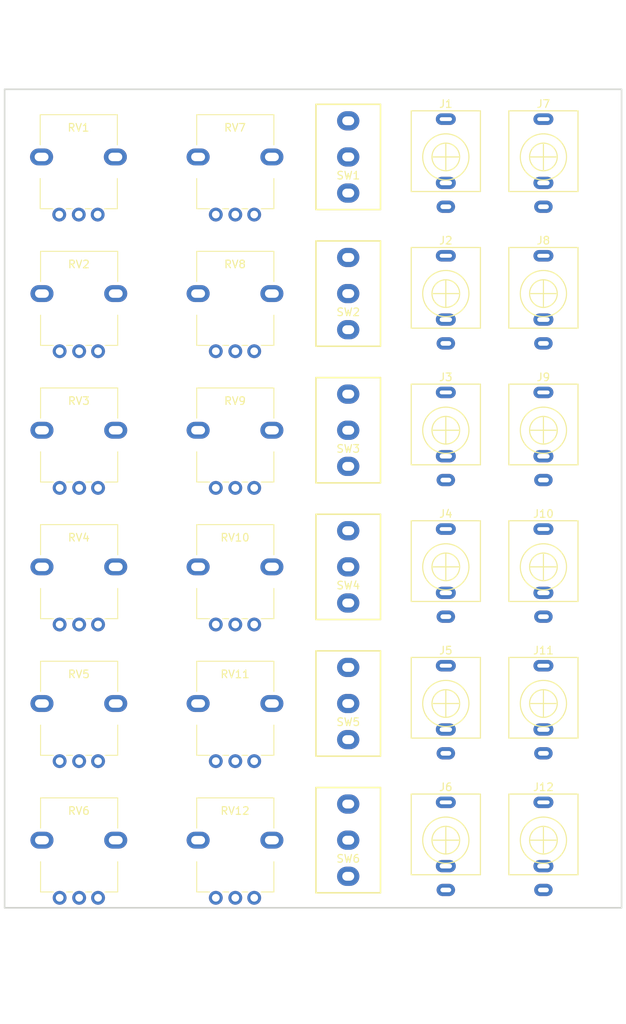
<source format=kicad_pcb>
(kicad_pcb (version 20171130) (host pcbnew "(5.1.0-0)")

  (general
    (thickness 1.6)
    (drawings 85)
    (tracks 0)
    (zones 0)
    (modules 30)
    (nets 69)
  )

  (page A4)
  (layers
    (0 F.Cu signal)
    (31 B.Cu signal)
    (32 B.Adhes user)
    (33 F.Adhes user)
    (34 B.Paste user)
    (35 F.Paste user)
    (36 B.SilkS user)
    (37 F.SilkS user)
    (38 B.Mask user)
    (39 F.Mask user)
    (40 Dwgs.User user)
    (41 Cmts.User user)
    (42 Eco1.User user)
    (43 Eco2.User user)
    (44 Edge.Cuts user)
    (45 Margin user)
    (46 B.CrtYd user)
    (47 F.CrtYd user)
    (48 B.Fab user)
    (49 F.Fab user)
  )

  (setup
    (last_trace_width 0.25)
    (trace_clearance 0.2)
    (zone_clearance 0.508)
    (zone_45_only no)
    (trace_min 0.2)
    (via_size 0.8)
    (via_drill 0.4)
    (via_min_size 0.4)
    (via_min_drill 0.3)
    (uvia_size 0.3)
    (uvia_drill 0.1)
    (uvias_allowed no)
    (uvia_min_size 0.2)
    (uvia_min_drill 0.1)
    (edge_width 0.05)
    (segment_width 0.2)
    (pcb_text_width 0.3)
    (pcb_text_size 1.5 1.5)
    (mod_edge_width 0.12)
    (mod_text_size 1 1)
    (mod_text_width 0.15)
    (pad_size 1.524 1.524)
    (pad_drill 0.762)
    (pad_to_mask_clearance 0.051)
    (solder_mask_min_width 0.25)
    (aux_axis_origin 150 100)
    (grid_origin 150 100)
    (visible_elements FFFFFF7F)
    (pcbplotparams
      (layerselection 0x010fc_ffffffff)
      (usegerberextensions false)
      (usegerberattributes false)
      (usegerberadvancedattributes false)
      (creategerberjobfile false)
      (excludeedgelayer true)
      (linewidth 0.100000)
      (plotframeref false)
      (viasonmask false)
      (mode 1)
      (useauxorigin false)
      (hpglpennumber 1)
      (hpglpenspeed 20)
      (hpglpendiameter 15.000000)
      (psnegative false)
      (psa4output false)
      (plotreference true)
      (plotvalue true)
      (plotinvisibletext false)
      (padsonsilk false)
      (subtractmaskfromsilk false)
      (outputformat 1)
      (mirror false)
      (drillshape 1)
      (scaleselection 1)
      (outputdirectory ""))
  )

  (net 0 "")
  (net 1 "Net-(J1-PadT)")
  (net 2 "Net-(J1-PadS)")
  (net 3 "Net-(J1-PadTN)")
  (net 4 "Net-(J2-PadT)")
  (net 5 "Net-(J2-PadS)")
  (net 6 "Net-(J2-PadTN)")
  (net 7 "Net-(J3-PadT)")
  (net 8 "Net-(J3-PadS)")
  (net 9 "Net-(J3-PadTN)")
  (net 10 "Net-(J4-PadT)")
  (net 11 "Net-(J4-PadS)")
  (net 12 "Net-(J4-PadTN)")
  (net 13 "Net-(J5-PadT)")
  (net 14 "Net-(J5-PadS)")
  (net 15 "Net-(J5-PadTN)")
  (net 16 "Net-(J6-PadT)")
  (net 17 "Net-(J6-PadS)")
  (net 18 "Net-(J6-PadTN)")
  (net 19 "Net-(J7-PadT)")
  (net 20 "Net-(J7-PadS)")
  (net 21 "Net-(J7-PadTN)")
  (net 22 "Net-(J8-PadT)")
  (net 23 "Net-(J8-PadS)")
  (net 24 "Net-(J8-PadTN)")
  (net 25 "Net-(J9-PadT)")
  (net 26 "Net-(J9-PadS)")
  (net 27 "Net-(J9-PadTN)")
  (net 28 "Net-(J10-PadT)")
  (net 29 "Net-(J10-PadS)")
  (net 30 "Net-(J10-PadTN)")
  (net 31 "Net-(J11-PadT)")
  (net 32 "Net-(J11-PadS)")
  (net 33 "Net-(J11-PadTN)")
  (net 34 GND)
  (net 35 "Net-(RV1-Pad2)")
  (net 36 VCC)
  (net 37 "Net-(RV2-Pad2)")
  (net 38 "Net-(RV3-Pad2)")
  (net 39 "Net-(RV4-Pad2)")
  (net 40 "Net-(RV5-Pad2)")
  (net 41 "Net-(RV6-Pad2)")
  (net 42 "Net-(RV7-Pad2)")
  (net 43 "Net-(RV8-Pad2)")
  (net 44 "Net-(RV9-Pad2)")
  (net 45 "Net-(RV10-Pad2)")
  (net 46 "Net-(RV11-Pad2)")
  (net 47 "Net-(RV12-Pad2)")
  (net 48 "Net-(SW1-Pad1)")
  (net 49 "Net-(SW1-Pad3)")
  (net 50 "Net-(SW1-Pad2)")
  (net 51 "Net-(SW2-Pad1)")
  (net 52 "Net-(SW2-Pad3)")
  (net 53 "Net-(SW2-Pad2)")
  (net 54 "Net-(SW3-Pad1)")
  (net 55 "Net-(SW3-Pad3)")
  (net 56 "Net-(SW3-Pad2)")
  (net 57 "Net-(SW4-Pad1)")
  (net 58 "Net-(SW4-Pad3)")
  (net 59 "Net-(SW4-Pad2)")
  (net 60 "Net-(SW5-Pad1)")
  (net 61 "Net-(SW5-Pad3)")
  (net 62 "Net-(SW5-Pad2)")
  (net 63 "Net-(SW6-Pad1)")
  (net 64 "Net-(SW6-Pad3)")
  (net 65 "Net-(SW6-Pad2)")
  (net 66 "Net-(J12-PadT)")
  (net 67 "Net-(J12-PadS)")
  (net 68 "Net-(J12-PadTN)")

  (net_class Default "This is the default net class."
    (clearance 0.2)
    (trace_width 0.25)
    (via_dia 0.8)
    (via_drill 0.4)
    (uvia_dia 0.3)
    (uvia_drill 0.1)
    (add_net GND)
    (add_net "Net-(J1-PadS)")
    (add_net "Net-(J1-PadT)")
    (add_net "Net-(J1-PadTN)")
    (add_net "Net-(J10-PadS)")
    (add_net "Net-(J10-PadT)")
    (add_net "Net-(J10-PadTN)")
    (add_net "Net-(J11-PadS)")
    (add_net "Net-(J11-PadT)")
    (add_net "Net-(J11-PadTN)")
    (add_net "Net-(J12-PadS)")
    (add_net "Net-(J12-PadT)")
    (add_net "Net-(J12-PadTN)")
    (add_net "Net-(J2-PadS)")
    (add_net "Net-(J2-PadT)")
    (add_net "Net-(J2-PadTN)")
    (add_net "Net-(J3-PadS)")
    (add_net "Net-(J3-PadT)")
    (add_net "Net-(J3-PadTN)")
    (add_net "Net-(J4-PadS)")
    (add_net "Net-(J4-PadT)")
    (add_net "Net-(J4-PadTN)")
    (add_net "Net-(J5-PadS)")
    (add_net "Net-(J5-PadT)")
    (add_net "Net-(J5-PadTN)")
    (add_net "Net-(J6-PadS)")
    (add_net "Net-(J6-PadT)")
    (add_net "Net-(J6-PadTN)")
    (add_net "Net-(J7-PadS)")
    (add_net "Net-(J7-PadT)")
    (add_net "Net-(J7-PadTN)")
    (add_net "Net-(J8-PadS)")
    (add_net "Net-(J8-PadT)")
    (add_net "Net-(J8-PadTN)")
    (add_net "Net-(J9-PadS)")
    (add_net "Net-(J9-PadT)")
    (add_net "Net-(J9-PadTN)")
    (add_net "Net-(RV1-Pad2)")
    (add_net "Net-(RV10-Pad2)")
    (add_net "Net-(RV11-Pad2)")
    (add_net "Net-(RV12-Pad2)")
    (add_net "Net-(RV2-Pad2)")
    (add_net "Net-(RV3-Pad2)")
    (add_net "Net-(RV4-Pad2)")
    (add_net "Net-(RV5-Pad2)")
    (add_net "Net-(RV6-Pad2)")
    (add_net "Net-(RV7-Pad2)")
    (add_net "Net-(RV8-Pad2)")
    (add_net "Net-(RV9-Pad2)")
    (add_net "Net-(SW1-Pad1)")
    (add_net "Net-(SW1-Pad2)")
    (add_net "Net-(SW1-Pad3)")
    (add_net "Net-(SW2-Pad1)")
    (add_net "Net-(SW2-Pad2)")
    (add_net "Net-(SW2-Pad3)")
    (add_net "Net-(SW3-Pad1)")
    (add_net "Net-(SW3-Pad2)")
    (add_net "Net-(SW3-Pad3)")
    (add_net "Net-(SW4-Pad1)")
    (add_net "Net-(SW4-Pad2)")
    (add_net "Net-(SW4-Pad3)")
    (add_net "Net-(SW5-Pad1)")
    (add_net "Net-(SW5-Pad2)")
    (add_net "Net-(SW5-Pad3)")
    (add_net "Net-(SW6-Pad1)")
    (add_net "Net-(SW6-Pad2)")
    (add_net "Net-(SW6-Pad3)")
    (add_net VCC)
  )

  (module Local:PJ398SM (layer F.Cu) (tedit 5BE15C5F) (tstamp 5CC8A958)
    (at 179.972 144.45)
    (path /5CC9E28A)
    (fp_text reference J12 (at 0 -6.9) (layer F.SilkS)
      (effects (font (size 1 1) (thickness 0.15)))
    )
    (fp_text value AudioJack2_SwitchT (at 0.03 -3.09) (layer F.Fab)
      (effects (font (size 1 1) (thickness 0.15)))
    )
    (fp_circle (center 0 0) (end 1.8 0) (layer F.SilkS) (width 0.15))
    (fp_circle (center 0 0) (end 3 0.2) (layer F.SilkS) (width 0.15))
    (fp_line (start -4.5 -6) (end -4.5 4.5) (layer F.SilkS) (width 0.15))
    (fp_line (start 4.5 -6) (end -4.5 -6) (layer F.SilkS) (width 0.15))
    (fp_line (start 4.5 4.5) (end 4.5 -6) (layer F.SilkS) (width 0.15))
    (fp_line (start -4.5 4.5) (end 4.5 4.5) (layer F.SilkS) (width 0.15))
    (fp_line (start 0 -1.8) (end 0 1.8) (layer F.SilkS) (width 0.15))
    (fp_line (start 1.8 0) (end -1.8 0) (layer F.SilkS) (width 0.15))
    (pad T thru_hole oval (at 0 -4.92) (size 2.6 1.5) (drill oval 1.6 0.5) (layers *.Cu *.Mask)
      (net 66 "Net-(J12-PadT)"))
    (pad S thru_hole oval (at 0 6.48) (size 2.4 1.6) (drill oval 1.4 0.6) (layers *.Cu *.Mask)
      (net 67 "Net-(J12-PadS)"))
    (pad TN thru_hole oval (at 0 3.38) (size 2.6 1.6) (drill oval 1.6 0.6) (layers *.Cu *.Mask)
      (net 68 "Net-(J12-PadTN)"))
    (model ${KIPRJMOD}/Local.pretty/PJ398SM.step
      (offset (xyz 0 0 9))
      (scale (xyz 1 1 1))
      (rotate (xyz -90 0 0))
    )
  )

  (module Local:SPDT (layer F.Cu) (tedit 5BE69518) (tstamp 5CC8AB3E)
    (at 154.572 144.45)
    (path /5CC9E2B8)
    (fp_text reference SW6 (at 0 2.413) (layer F.SilkS)
      (effects (font (size 1 1) (thickness 0.15)))
    )
    (fp_text value SW_SPDT_MSM (at 0 -2.286) (layer F.Fab)
      (effects (font (size 1 1) (thickness 0.15)))
    )
    (fp_line (start -0.5 0) (end 0.5 0) (layer F.CrtYd) (width 0.2))
    (fp_line (start 6 6.85) (end 6 -6.85) (layer F.CrtYd) (width 0.2))
    (fp_line (start 6 -6.85) (end -6 -6.85) (layer F.CrtYd) (width 0.2))
    (fp_line (start 0 0.5) (end 0 -0.5) (layer F.CrtYd) (width 0.2))
    (fp_line (start -6 -6.85) (end -6 6.85) (layer F.CrtYd) (width 0.2))
    (fp_line (start -6 6.85) (end 6 6.85) (layer F.CrtYd) (width 0.2))
    (fp_line (start 4.2 -6.85) (end -4.2 -6.85) (layer F.SilkS) (width 0.2))
    (fp_line (start 4.2 6.85) (end 4.2 -6.85) (layer F.SilkS) (width 0.2))
    (fp_line (start -4.2 -6.85) (end -4.2 6.85) (layer F.SilkS) (width 0.2))
    (fp_line (start -4.2 6.85) (end 4.2 6.85) (layer F.SilkS) (width 0.2))
    (fp_line (start -0.5 0) (end 0.5 0) (layer F.Fab) (width 0.2))
    (fp_line (start -3.95 -6.6) (end -3.95 6.6) (layer F.Fab) (width 0.2))
    (fp_line (start 3.95 6.6) (end 3.95 -6.6) (layer F.Fab) (width 0.2))
    (fp_line (start -3.95 6.6) (end 3.95 6.6) (layer F.Fab) (width 0.2))
    (fp_line (start 3.95 -6.6) (end -3.95 -6.6) (layer F.Fab) (width 0.2))
    (fp_line (start 0 0.5) (end 0 -0.5) (layer F.Fab) (width 0.2))
    (fp_circle (center 0 0) (end 0.5 0) (layer F.Fab) (width 0.2))
    (fp_circle (center 0 0) (end 3 0) (layer F.Fab) (width 0.2))
    (pad 1 thru_hole oval (at 0 4.7) (size 2.9 2.5) (drill oval 1.55 1.15) (layers *.Cu *.Mask)
      (net 63 "Net-(SW6-Pad1)"))
    (pad 3 thru_hole oval (at 0 -4.7) (size 2.9 2.5) (drill oval 1.55 1.15) (layers *.Cu *.Mask)
      (net 64 "Net-(SW6-Pad3)"))
    (pad 2 thru_hole oval (at 0 0) (size 2.9 2.5) (drill oval 1.55 1.15) (layers *.Cu *.Mask)
      (net 65 "Net-(SW6-Pad2)"))
    (model ${KIPRJMOD}/Local.pretty/SPDT.step
      (at (xyz 0 0 0))
      (scale (xyz 1 1 1))
      (rotate (xyz 0 0 0))
    )
  )

  (module Local:SPDT (layer F.Cu) (tedit 5BE69518) (tstamp 5CC8AB25)
    (at 154.572 126.67)
    (path /5CC9E27E)
    (fp_text reference SW5 (at 0 2.413) (layer F.SilkS)
      (effects (font (size 1 1) (thickness 0.15)))
    )
    (fp_text value SW_SPDT_MSM (at 0 -2.286) (layer F.Fab)
      (effects (font (size 1 1) (thickness 0.15)))
    )
    (fp_line (start -0.5 0) (end 0.5 0) (layer F.CrtYd) (width 0.2))
    (fp_line (start 6 6.85) (end 6 -6.85) (layer F.CrtYd) (width 0.2))
    (fp_line (start 6 -6.85) (end -6 -6.85) (layer F.CrtYd) (width 0.2))
    (fp_line (start 0 0.5) (end 0 -0.5) (layer F.CrtYd) (width 0.2))
    (fp_line (start -6 -6.85) (end -6 6.85) (layer F.CrtYd) (width 0.2))
    (fp_line (start -6 6.85) (end 6 6.85) (layer F.CrtYd) (width 0.2))
    (fp_line (start 4.2 -6.85) (end -4.2 -6.85) (layer F.SilkS) (width 0.2))
    (fp_line (start 4.2 6.85) (end 4.2 -6.85) (layer F.SilkS) (width 0.2))
    (fp_line (start -4.2 -6.85) (end -4.2 6.85) (layer F.SilkS) (width 0.2))
    (fp_line (start -4.2 6.85) (end 4.2 6.85) (layer F.SilkS) (width 0.2))
    (fp_line (start -0.5 0) (end 0.5 0) (layer F.Fab) (width 0.2))
    (fp_line (start -3.95 -6.6) (end -3.95 6.6) (layer F.Fab) (width 0.2))
    (fp_line (start 3.95 6.6) (end 3.95 -6.6) (layer F.Fab) (width 0.2))
    (fp_line (start -3.95 6.6) (end 3.95 6.6) (layer F.Fab) (width 0.2))
    (fp_line (start 3.95 -6.6) (end -3.95 -6.6) (layer F.Fab) (width 0.2))
    (fp_line (start 0 0.5) (end 0 -0.5) (layer F.Fab) (width 0.2))
    (fp_circle (center 0 0) (end 0.5 0) (layer F.Fab) (width 0.2))
    (fp_circle (center 0 0) (end 3 0) (layer F.Fab) (width 0.2))
    (pad 1 thru_hole oval (at 0 4.7) (size 2.9 2.5) (drill oval 1.55 1.15) (layers *.Cu *.Mask)
      (net 60 "Net-(SW5-Pad1)"))
    (pad 3 thru_hole oval (at 0 -4.7) (size 2.9 2.5) (drill oval 1.55 1.15) (layers *.Cu *.Mask)
      (net 61 "Net-(SW5-Pad3)"))
    (pad 2 thru_hole oval (at 0 0) (size 2.9 2.5) (drill oval 1.55 1.15) (layers *.Cu *.Mask)
      (net 62 "Net-(SW5-Pad2)"))
    (model ${KIPRJMOD}/Local.pretty/SPDT.step
      (at (xyz 0 0 0))
      (scale (xyz 1 1 1))
      (rotate (xyz 0 0 0))
    )
  )

  (module Local:SPDT (layer F.Cu) (tedit 5BE69518) (tstamp 5CC8AB0C)
    (at 154.572 108.89)
    (path /5CC97D76)
    (fp_text reference SW4 (at 0 2.413) (layer F.SilkS)
      (effects (font (size 1 1) (thickness 0.15)))
    )
    (fp_text value SW_SPDT_MSM (at 0 -2.286) (layer F.Fab)
      (effects (font (size 1 1) (thickness 0.15)))
    )
    (fp_line (start -0.5 0) (end 0.5 0) (layer F.CrtYd) (width 0.2))
    (fp_line (start 6 6.85) (end 6 -6.85) (layer F.CrtYd) (width 0.2))
    (fp_line (start 6 -6.85) (end -6 -6.85) (layer F.CrtYd) (width 0.2))
    (fp_line (start 0 0.5) (end 0 -0.5) (layer F.CrtYd) (width 0.2))
    (fp_line (start -6 -6.85) (end -6 6.85) (layer F.CrtYd) (width 0.2))
    (fp_line (start -6 6.85) (end 6 6.85) (layer F.CrtYd) (width 0.2))
    (fp_line (start 4.2 -6.85) (end -4.2 -6.85) (layer F.SilkS) (width 0.2))
    (fp_line (start 4.2 6.85) (end 4.2 -6.85) (layer F.SilkS) (width 0.2))
    (fp_line (start -4.2 -6.85) (end -4.2 6.85) (layer F.SilkS) (width 0.2))
    (fp_line (start -4.2 6.85) (end 4.2 6.85) (layer F.SilkS) (width 0.2))
    (fp_line (start -0.5 0) (end 0.5 0) (layer F.Fab) (width 0.2))
    (fp_line (start -3.95 -6.6) (end -3.95 6.6) (layer F.Fab) (width 0.2))
    (fp_line (start 3.95 6.6) (end 3.95 -6.6) (layer F.Fab) (width 0.2))
    (fp_line (start -3.95 6.6) (end 3.95 6.6) (layer F.Fab) (width 0.2))
    (fp_line (start 3.95 -6.6) (end -3.95 -6.6) (layer F.Fab) (width 0.2))
    (fp_line (start 0 0.5) (end 0 -0.5) (layer F.Fab) (width 0.2))
    (fp_circle (center 0 0) (end 0.5 0) (layer F.Fab) (width 0.2))
    (fp_circle (center 0 0) (end 3 0) (layer F.Fab) (width 0.2))
    (pad 1 thru_hole oval (at 0 4.7) (size 2.9 2.5) (drill oval 1.55 1.15) (layers *.Cu *.Mask)
      (net 57 "Net-(SW4-Pad1)"))
    (pad 3 thru_hole oval (at 0 -4.7) (size 2.9 2.5) (drill oval 1.55 1.15) (layers *.Cu *.Mask)
      (net 58 "Net-(SW4-Pad3)"))
    (pad 2 thru_hole oval (at 0 0) (size 2.9 2.5) (drill oval 1.55 1.15) (layers *.Cu *.Mask)
      (net 59 "Net-(SW4-Pad2)"))
    (model ${KIPRJMOD}/Local.pretty/SPDT.step
      (at (xyz 0 0 0))
      (scale (xyz 1 1 1))
      (rotate (xyz 0 0 0))
    )
  )

  (module Local:SPDT (layer F.Cu) (tedit 5BE69518) (tstamp 5CC8AAF3)
    (at 154.572 91.11)
    (path /5CC97D3C)
    (fp_text reference SW3 (at 0 2.413) (layer F.SilkS)
      (effects (font (size 1 1) (thickness 0.15)))
    )
    (fp_text value SW_SPDT_MSM (at 0 -2.286) (layer F.Fab)
      (effects (font (size 1 1) (thickness 0.15)))
    )
    (fp_line (start -0.5 0) (end 0.5 0) (layer F.CrtYd) (width 0.2))
    (fp_line (start 6 6.85) (end 6 -6.85) (layer F.CrtYd) (width 0.2))
    (fp_line (start 6 -6.85) (end -6 -6.85) (layer F.CrtYd) (width 0.2))
    (fp_line (start 0 0.5) (end 0 -0.5) (layer F.CrtYd) (width 0.2))
    (fp_line (start -6 -6.85) (end -6 6.85) (layer F.CrtYd) (width 0.2))
    (fp_line (start -6 6.85) (end 6 6.85) (layer F.CrtYd) (width 0.2))
    (fp_line (start 4.2 -6.85) (end -4.2 -6.85) (layer F.SilkS) (width 0.2))
    (fp_line (start 4.2 6.85) (end 4.2 -6.85) (layer F.SilkS) (width 0.2))
    (fp_line (start -4.2 -6.85) (end -4.2 6.85) (layer F.SilkS) (width 0.2))
    (fp_line (start -4.2 6.85) (end 4.2 6.85) (layer F.SilkS) (width 0.2))
    (fp_line (start -0.5 0) (end 0.5 0) (layer F.Fab) (width 0.2))
    (fp_line (start -3.95 -6.6) (end -3.95 6.6) (layer F.Fab) (width 0.2))
    (fp_line (start 3.95 6.6) (end 3.95 -6.6) (layer F.Fab) (width 0.2))
    (fp_line (start -3.95 6.6) (end 3.95 6.6) (layer F.Fab) (width 0.2))
    (fp_line (start 3.95 -6.6) (end -3.95 -6.6) (layer F.Fab) (width 0.2))
    (fp_line (start 0 0.5) (end 0 -0.5) (layer F.Fab) (width 0.2))
    (fp_circle (center 0 0) (end 0.5 0) (layer F.Fab) (width 0.2))
    (fp_circle (center 0 0) (end 3 0) (layer F.Fab) (width 0.2))
    (pad 1 thru_hole oval (at 0 4.7) (size 2.9 2.5) (drill oval 1.55 1.15) (layers *.Cu *.Mask)
      (net 54 "Net-(SW3-Pad1)"))
    (pad 3 thru_hole oval (at 0 -4.7) (size 2.9 2.5) (drill oval 1.55 1.15) (layers *.Cu *.Mask)
      (net 55 "Net-(SW3-Pad3)"))
    (pad 2 thru_hole oval (at 0 0) (size 2.9 2.5) (drill oval 1.55 1.15) (layers *.Cu *.Mask)
      (net 56 "Net-(SW3-Pad2)"))
    (model ${KIPRJMOD}/Local.pretty/SPDT.step
      (at (xyz 0 0 0))
      (scale (xyz 1 1 1))
      (rotate (xyz 0 0 0))
    )
  )

  (module Local:SPDT (layer F.Cu) (tedit 5BE69518) (tstamp 5CC8AADA)
    (at 154.572 73.33)
    (path /5CC928D2)
    (fp_text reference SW2 (at 0 2.413) (layer F.SilkS)
      (effects (font (size 1 1) (thickness 0.15)))
    )
    (fp_text value SW_SPDT_MSM (at 0 -2.286) (layer F.Fab)
      (effects (font (size 1 1) (thickness 0.15)))
    )
    (fp_line (start -0.5 0) (end 0.5 0) (layer F.CrtYd) (width 0.2))
    (fp_line (start 6 6.85) (end 6 -6.85) (layer F.CrtYd) (width 0.2))
    (fp_line (start 6 -6.85) (end -6 -6.85) (layer F.CrtYd) (width 0.2))
    (fp_line (start 0 0.5) (end 0 -0.5) (layer F.CrtYd) (width 0.2))
    (fp_line (start -6 -6.85) (end -6 6.85) (layer F.CrtYd) (width 0.2))
    (fp_line (start -6 6.85) (end 6 6.85) (layer F.CrtYd) (width 0.2))
    (fp_line (start 4.2 -6.85) (end -4.2 -6.85) (layer F.SilkS) (width 0.2))
    (fp_line (start 4.2 6.85) (end 4.2 -6.85) (layer F.SilkS) (width 0.2))
    (fp_line (start -4.2 -6.85) (end -4.2 6.85) (layer F.SilkS) (width 0.2))
    (fp_line (start -4.2 6.85) (end 4.2 6.85) (layer F.SilkS) (width 0.2))
    (fp_line (start -0.5 0) (end 0.5 0) (layer F.Fab) (width 0.2))
    (fp_line (start -3.95 -6.6) (end -3.95 6.6) (layer F.Fab) (width 0.2))
    (fp_line (start 3.95 6.6) (end 3.95 -6.6) (layer F.Fab) (width 0.2))
    (fp_line (start -3.95 6.6) (end 3.95 6.6) (layer F.Fab) (width 0.2))
    (fp_line (start 3.95 -6.6) (end -3.95 -6.6) (layer F.Fab) (width 0.2))
    (fp_line (start 0 0.5) (end 0 -0.5) (layer F.Fab) (width 0.2))
    (fp_circle (center 0 0) (end 0.5 0) (layer F.Fab) (width 0.2))
    (fp_circle (center 0 0) (end 3 0) (layer F.Fab) (width 0.2))
    (pad 1 thru_hole oval (at 0 4.7) (size 2.9 2.5) (drill oval 1.55 1.15) (layers *.Cu *.Mask)
      (net 51 "Net-(SW2-Pad1)"))
    (pad 3 thru_hole oval (at 0 -4.7) (size 2.9 2.5) (drill oval 1.55 1.15) (layers *.Cu *.Mask)
      (net 52 "Net-(SW2-Pad3)"))
    (pad 2 thru_hole oval (at 0 0) (size 2.9 2.5) (drill oval 1.55 1.15) (layers *.Cu *.Mask)
      (net 53 "Net-(SW2-Pad2)"))
    (model ${KIPRJMOD}/Local.pretty/SPDT.step
      (at (xyz 0 0 0))
      (scale (xyz 1 1 1))
      (rotate (xyz 0 0 0))
    )
  )

  (module Local:SPDT (layer F.Cu) (tedit 5BE69518) (tstamp 5CC8AAC1)
    (at 154.572 55.55)
    (path /5CC8D0D2)
    (fp_text reference SW1 (at 0 2.413) (layer F.SilkS)
      (effects (font (size 1 1) (thickness 0.15)))
    )
    (fp_text value SW_SPDT_MSM (at 0 -2.286) (layer F.Fab)
      (effects (font (size 1 1) (thickness 0.15)))
    )
    (fp_line (start -0.5 0) (end 0.5 0) (layer F.CrtYd) (width 0.2))
    (fp_line (start 6 6.85) (end 6 -6.85) (layer F.CrtYd) (width 0.2))
    (fp_line (start 6 -6.85) (end -6 -6.85) (layer F.CrtYd) (width 0.2))
    (fp_line (start 0 0.5) (end 0 -0.5) (layer F.CrtYd) (width 0.2))
    (fp_line (start -6 -6.85) (end -6 6.85) (layer F.CrtYd) (width 0.2))
    (fp_line (start -6 6.85) (end 6 6.85) (layer F.CrtYd) (width 0.2))
    (fp_line (start 4.2 -6.85) (end -4.2 -6.85) (layer F.SilkS) (width 0.2))
    (fp_line (start 4.2 6.85) (end 4.2 -6.85) (layer F.SilkS) (width 0.2))
    (fp_line (start -4.2 -6.85) (end -4.2 6.85) (layer F.SilkS) (width 0.2))
    (fp_line (start -4.2 6.85) (end 4.2 6.85) (layer F.SilkS) (width 0.2))
    (fp_line (start -0.5 0) (end 0.5 0) (layer F.Fab) (width 0.2))
    (fp_line (start -3.95 -6.6) (end -3.95 6.6) (layer F.Fab) (width 0.2))
    (fp_line (start 3.95 6.6) (end 3.95 -6.6) (layer F.Fab) (width 0.2))
    (fp_line (start -3.95 6.6) (end 3.95 6.6) (layer F.Fab) (width 0.2))
    (fp_line (start 3.95 -6.6) (end -3.95 -6.6) (layer F.Fab) (width 0.2))
    (fp_line (start 0 0.5) (end 0 -0.5) (layer F.Fab) (width 0.2))
    (fp_circle (center 0 0) (end 0.5 0) (layer F.Fab) (width 0.2))
    (fp_circle (center 0 0) (end 3 0) (layer F.Fab) (width 0.2))
    (pad 1 thru_hole oval (at 0 4.7) (size 2.9 2.5) (drill oval 1.55 1.15) (layers *.Cu *.Mask)
      (net 48 "Net-(SW1-Pad1)"))
    (pad 3 thru_hole oval (at 0 -4.7) (size 2.9 2.5) (drill oval 1.55 1.15) (layers *.Cu *.Mask)
      (net 49 "Net-(SW1-Pad3)"))
    (pad 2 thru_hole oval (at 0 0) (size 2.9 2.5) (drill oval 1.55 1.15) (layers *.Cu *.Mask)
      (net 50 "Net-(SW1-Pad2)"))
    (model ${KIPRJMOD}/Local.pretty/SPDT.step
      (at (xyz 0 0 0))
      (scale (xyz 1 1 1))
      (rotate (xyz 0 0 0))
    )
  )

  (module Local:AlpsRK09K (layer F.Cu) (tedit 5BE1342F) (tstamp 5CC8AAA8)
    (at 139.84 144.45)
    (descr "Potentiometer, vertical, Alps RK09K Single, http://www.alps.com/prod/info/E/HTML/Potentiometer/RotaryPotentiometers/RK09K/RK09K_list.html")
    (tags "Potentiometer vertical Alps RK09K Single")
    (path /5CC9E2A4)
    (fp_text reference RV12 (at 0 -3.81 180) (layer F.SilkS)
      (effects (font (size 1 1) (thickness 0.15)))
    )
    (fp_text value R_POT (at 7.69 1.57 90) (layer F.Fab)
      (effects (font (size 1 1) (thickness 0.15)))
    )
    (fp_circle (center 0.04 0.12) (end 0.04 -2.88) (layer F.Fab) (width 0.1))
    (fp_line (start -4.86 6.62) (end 4.94 6.62) (layer F.Fab) (width 0.1))
    (fp_line (start 4.94 6.62) (end 4.94 -5.38) (layer F.Fab) (width 0.1))
    (fp_line (start 4.94 -5.38) (end -4.86 -5.38) (layer F.Fab) (width 0.1))
    (fp_line (start -4.86 -5.38) (end -4.86 6.62) (layer F.Fab) (width 0.1))
    (fp_line (start -4.981 6.74) (end -4.981 2.803) (layer F.SilkS) (width 0.12))
    (fp_line (start -4.981 -1.564) (end -4.981 -5.5) (layer F.SilkS) (width 0.12))
    (fp_line (start 5.06 6.74) (end 5.06 2.803) (layer F.SilkS) (width 0.12))
    (fp_line (start 5.06 -1.564) (end 5.06 -5.5) (layer F.SilkS) (width 0.12))
    (fp_line (start -4.981 6.74) (end -3.331 6.74) (layer F.SilkS) (width 0.12))
    (fp_line (start -1.589 6.74) (end -0.83 6.74) (layer F.SilkS) (width 0.12))
    (fp_line (start 0.911 6.74) (end 1.67 6.74) (layer F.SilkS) (width 0.12))
    (fp_line (start 3.41 6.74) (end 5.06 6.74) (layer F.SilkS) (width 0.12))
    (fp_line (start -4.981 -5.5) (end 5.06 -5.5) (layer F.SilkS) (width 0.12))
    (fp_line (start -6.61 8.77) (end 6.69 8.77) (layer F.CrtYd) (width 0.05))
    (fp_line (start 6.69 8.77) (end 6.69 -5.63) (layer F.CrtYd) (width 0.05))
    (fp_line (start 6.69 -5.63) (end -6.61 -5.63) (layer F.CrtYd) (width 0.05))
    (fp_line (start -6.61 -5.63) (end -6.61 8.77) (layer F.CrtYd) (width 0.05))
    (fp_text user %R (at 0 5.08 180) (layer F.Fab)
      (effects (font (size 1 1) (thickness 0.15)))
    )
    (pad "" np_thru_hole oval (at 4.8 0) (size 3 2.2) (drill oval 1.8 1.1) (layers *.Cu *.Mask))
    (pad 3 thru_hole circle (at -2.5 7.50001 90) (size 1.8 1.8) (drill 1) (layers *.Cu *.Mask)
      (net 34 GND))
    (pad 2 thru_hole circle (at 0.04 7.50001 90) (size 1.8 1.8) (drill 1) (layers *.Cu *.Mask)
      (net 47 "Net-(RV12-Pad2)"))
    (pad 1 thru_hole circle (at 2.5 7.50001 90) (size 1.8 1.8) (drill 1) (layers *.Cu *.Mask)
      (net 36 VCC))
    (pad "" np_thru_hole oval (at -4.8 0) (size 3 2.2) (drill oval 1.8 1.1) (layers *.Cu *.Mask))
    (model ${KISYS3DMOD}/Potentiometer_THT.3dshapes/Potentiometer_Alps_RK09K_Single_Vertical.wrl
      (at (xyz 0 0 0))
      (scale (xyz 1 1 1))
      (rotate (xyz 0 0 0))
    )
    (model ${KIPRJMOD}/Local.pretty/RK097N.step
      (offset (xyz 0 0 7))
      (scale (xyz 1 1 1))
      (rotate (xyz -90 0 0))
    )
  )

  (module Local:AlpsRK09K (layer F.Cu) (tedit 5BE1342F) (tstamp 5CC8AA8C)
    (at 139.84 126.67)
    (descr "Potentiometer, vertical, Alps RK09K Single, http://www.alps.com/prod/info/E/HTML/Potentiometer/RotaryPotentiometers/RK09K/RK09K_list.html")
    (tags "Potentiometer vertical Alps RK09K Single")
    (path /5CC9E26A)
    (fp_text reference RV11 (at 0 -3.81 180) (layer F.SilkS)
      (effects (font (size 1 1) (thickness 0.15)))
    )
    (fp_text value R_POT (at 7.69 1.57 90) (layer F.Fab)
      (effects (font (size 1 1) (thickness 0.15)))
    )
    (fp_circle (center 0.04 0.12) (end 0.04 -2.88) (layer F.Fab) (width 0.1))
    (fp_line (start -4.86 6.62) (end 4.94 6.62) (layer F.Fab) (width 0.1))
    (fp_line (start 4.94 6.62) (end 4.94 -5.38) (layer F.Fab) (width 0.1))
    (fp_line (start 4.94 -5.38) (end -4.86 -5.38) (layer F.Fab) (width 0.1))
    (fp_line (start -4.86 -5.38) (end -4.86 6.62) (layer F.Fab) (width 0.1))
    (fp_line (start -4.981 6.74) (end -4.981 2.803) (layer F.SilkS) (width 0.12))
    (fp_line (start -4.981 -1.564) (end -4.981 -5.5) (layer F.SilkS) (width 0.12))
    (fp_line (start 5.06 6.74) (end 5.06 2.803) (layer F.SilkS) (width 0.12))
    (fp_line (start 5.06 -1.564) (end 5.06 -5.5) (layer F.SilkS) (width 0.12))
    (fp_line (start -4.981 6.74) (end -3.331 6.74) (layer F.SilkS) (width 0.12))
    (fp_line (start -1.589 6.74) (end -0.83 6.74) (layer F.SilkS) (width 0.12))
    (fp_line (start 0.911 6.74) (end 1.67 6.74) (layer F.SilkS) (width 0.12))
    (fp_line (start 3.41 6.74) (end 5.06 6.74) (layer F.SilkS) (width 0.12))
    (fp_line (start -4.981 -5.5) (end 5.06 -5.5) (layer F.SilkS) (width 0.12))
    (fp_line (start -6.61 8.77) (end 6.69 8.77) (layer F.CrtYd) (width 0.05))
    (fp_line (start 6.69 8.77) (end 6.69 -5.63) (layer F.CrtYd) (width 0.05))
    (fp_line (start 6.69 -5.63) (end -6.61 -5.63) (layer F.CrtYd) (width 0.05))
    (fp_line (start -6.61 -5.63) (end -6.61 8.77) (layer F.CrtYd) (width 0.05))
    (fp_text user %R (at 0 5.08 180) (layer F.Fab)
      (effects (font (size 1 1) (thickness 0.15)))
    )
    (pad "" np_thru_hole oval (at 4.8 0) (size 3 2.2) (drill oval 1.8 1.1) (layers *.Cu *.Mask))
    (pad 3 thru_hole circle (at -2.5 7.50001 90) (size 1.8 1.8) (drill 1) (layers *.Cu *.Mask)
      (net 34 GND))
    (pad 2 thru_hole circle (at 0.04 7.50001 90) (size 1.8 1.8) (drill 1) (layers *.Cu *.Mask)
      (net 46 "Net-(RV11-Pad2)"))
    (pad 1 thru_hole circle (at 2.5 7.50001 90) (size 1.8 1.8) (drill 1) (layers *.Cu *.Mask)
      (net 36 VCC))
    (pad "" np_thru_hole oval (at -4.8 0) (size 3 2.2) (drill oval 1.8 1.1) (layers *.Cu *.Mask))
    (model ${KISYS3DMOD}/Potentiometer_THT.3dshapes/Potentiometer_Alps_RK09K_Single_Vertical.wrl
      (at (xyz 0 0 0))
      (scale (xyz 1 1 1))
      (rotate (xyz 0 0 0))
    )
    (model ${KIPRJMOD}/Local.pretty/RK097N.step
      (offset (xyz 0 0 7))
      (scale (xyz 1 1 1))
      (rotate (xyz -90 0 0))
    )
  )

  (module Local:AlpsRK09K (layer F.Cu) (tedit 5BE1342F) (tstamp 5CC8AA70)
    (at 139.84 108.89)
    (descr "Potentiometer, vertical, Alps RK09K Single, http://www.alps.com/prod/info/E/HTML/Potentiometer/RotaryPotentiometers/RK09K/RK09K_list.html")
    (tags "Potentiometer vertical Alps RK09K Single")
    (path /5CC97D62)
    (fp_text reference RV10 (at 0 -3.81 180) (layer F.SilkS)
      (effects (font (size 1 1) (thickness 0.15)))
    )
    (fp_text value R_POT (at 7.69 1.57 90) (layer F.Fab)
      (effects (font (size 1 1) (thickness 0.15)))
    )
    (fp_circle (center 0.04 0.12) (end 0.04 -2.88) (layer F.Fab) (width 0.1))
    (fp_line (start -4.86 6.62) (end 4.94 6.62) (layer F.Fab) (width 0.1))
    (fp_line (start 4.94 6.62) (end 4.94 -5.38) (layer F.Fab) (width 0.1))
    (fp_line (start 4.94 -5.38) (end -4.86 -5.38) (layer F.Fab) (width 0.1))
    (fp_line (start -4.86 -5.38) (end -4.86 6.62) (layer F.Fab) (width 0.1))
    (fp_line (start -4.981 6.74) (end -4.981 2.803) (layer F.SilkS) (width 0.12))
    (fp_line (start -4.981 -1.564) (end -4.981 -5.5) (layer F.SilkS) (width 0.12))
    (fp_line (start 5.06 6.74) (end 5.06 2.803) (layer F.SilkS) (width 0.12))
    (fp_line (start 5.06 -1.564) (end 5.06 -5.5) (layer F.SilkS) (width 0.12))
    (fp_line (start -4.981 6.74) (end -3.331 6.74) (layer F.SilkS) (width 0.12))
    (fp_line (start -1.589 6.74) (end -0.83 6.74) (layer F.SilkS) (width 0.12))
    (fp_line (start 0.911 6.74) (end 1.67 6.74) (layer F.SilkS) (width 0.12))
    (fp_line (start 3.41 6.74) (end 5.06 6.74) (layer F.SilkS) (width 0.12))
    (fp_line (start -4.981 -5.5) (end 5.06 -5.5) (layer F.SilkS) (width 0.12))
    (fp_line (start -6.61 8.77) (end 6.69 8.77) (layer F.CrtYd) (width 0.05))
    (fp_line (start 6.69 8.77) (end 6.69 -5.63) (layer F.CrtYd) (width 0.05))
    (fp_line (start 6.69 -5.63) (end -6.61 -5.63) (layer F.CrtYd) (width 0.05))
    (fp_line (start -6.61 -5.63) (end -6.61 8.77) (layer F.CrtYd) (width 0.05))
    (fp_text user %R (at 0 5.08 180) (layer F.Fab)
      (effects (font (size 1 1) (thickness 0.15)))
    )
    (pad "" np_thru_hole oval (at 4.8 0) (size 3 2.2) (drill oval 1.8 1.1) (layers *.Cu *.Mask))
    (pad 3 thru_hole circle (at -2.5 7.50001 90) (size 1.8 1.8) (drill 1) (layers *.Cu *.Mask)
      (net 34 GND))
    (pad 2 thru_hole circle (at 0.04 7.50001 90) (size 1.8 1.8) (drill 1) (layers *.Cu *.Mask)
      (net 45 "Net-(RV10-Pad2)"))
    (pad 1 thru_hole circle (at 2.5 7.50001 90) (size 1.8 1.8) (drill 1) (layers *.Cu *.Mask)
      (net 36 VCC))
    (pad "" np_thru_hole oval (at -4.8 0) (size 3 2.2) (drill oval 1.8 1.1) (layers *.Cu *.Mask))
    (model ${KISYS3DMOD}/Potentiometer_THT.3dshapes/Potentiometer_Alps_RK09K_Single_Vertical.wrl
      (at (xyz 0 0 0))
      (scale (xyz 1 1 1))
      (rotate (xyz 0 0 0))
    )
    (model ${KIPRJMOD}/Local.pretty/RK097N.step
      (offset (xyz 0 0 7))
      (scale (xyz 1 1 1))
      (rotate (xyz -90 0 0))
    )
  )

  (module Local:AlpsRK09K (layer F.Cu) (tedit 5BE1342F) (tstamp 5CC8AA54)
    (at 139.84 91.11)
    (descr "Potentiometer, vertical, Alps RK09K Single, http://www.alps.com/prod/info/E/HTML/Potentiometer/RotaryPotentiometers/RK09K/RK09K_list.html")
    (tags "Potentiometer vertical Alps RK09K Single")
    (path /5CC97D28)
    (fp_text reference RV9 (at 0 -3.81 180) (layer F.SilkS)
      (effects (font (size 1 1) (thickness 0.15)))
    )
    (fp_text value R_POT (at 7.69 1.57 90) (layer F.Fab)
      (effects (font (size 1 1) (thickness 0.15)))
    )
    (fp_circle (center 0.04 0.12) (end 0.04 -2.88) (layer F.Fab) (width 0.1))
    (fp_line (start -4.86 6.62) (end 4.94 6.62) (layer F.Fab) (width 0.1))
    (fp_line (start 4.94 6.62) (end 4.94 -5.38) (layer F.Fab) (width 0.1))
    (fp_line (start 4.94 -5.38) (end -4.86 -5.38) (layer F.Fab) (width 0.1))
    (fp_line (start -4.86 -5.38) (end -4.86 6.62) (layer F.Fab) (width 0.1))
    (fp_line (start -4.981 6.74) (end -4.981 2.803) (layer F.SilkS) (width 0.12))
    (fp_line (start -4.981 -1.564) (end -4.981 -5.5) (layer F.SilkS) (width 0.12))
    (fp_line (start 5.06 6.74) (end 5.06 2.803) (layer F.SilkS) (width 0.12))
    (fp_line (start 5.06 -1.564) (end 5.06 -5.5) (layer F.SilkS) (width 0.12))
    (fp_line (start -4.981 6.74) (end -3.331 6.74) (layer F.SilkS) (width 0.12))
    (fp_line (start -1.589 6.74) (end -0.83 6.74) (layer F.SilkS) (width 0.12))
    (fp_line (start 0.911 6.74) (end 1.67 6.74) (layer F.SilkS) (width 0.12))
    (fp_line (start 3.41 6.74) (end 5.06 6.74) (layer F.SilkS) (width 0.12))
    (fp_line (start -4.981 -5.5) (end 5.06 -5.5) (layer F.SilkS) (width 0.12))
    (fp_line (start -6.61 8.77) (end 6.69 8.77) (layer F.CrtYd) (width 0.05))
    (fp_line (start 6.69 8.77) (end 6.69 -5.63) (layer F.CrtYd) (width 0.05))
    (fp_line (start 6.69 -5.63) (end -6.61 -5.63) (layer F.CrtYd) (width 0.05))
    (fp_line (start -6.61 -5.63) (end -6.61 8.77) (layer F.CrtYd) (width 0.05))
    (fp_text user %R (at 0 5.08 180) (layer F.Fab)
      (effects (font (size 1 1) (thickness 0.15)))
    )
    (pad "" np_thru_hole oval (at 4.8 0) (size 3 2.2) (drill oval 1.8 1.1) (layers *.Cu *.Mask))
    (pad 3 thru_hole circle (at -2.5 7.50001 90) (size 1.8 1.8) (drill 1) (layers *.Cu *.Mask)
      (net 34 GND))
    (pad 2 thru_hole circle (at 0.04 7.50001 90) (size 1.8 1.8) (drill 1) (layers *.Cu *.Mask)
      (net 44 "Net-(RV9-Pad2)"))
    (pad 1 thru_hole circle (at 2.5 7.50001 90) (size 1.8 1.8) (drill 1) (layers *.Cu *.Mask)
      (net 36 VCC))
    (pad "" np_thru_hole oval (at -4.8 0) (size 3 2.2) (drill oval 1.8 1.1) (layers *.Cu *.Mask))
    (model ${KISYS3DMOD}/Potentiometer_THT.3dshapes/Potentiometer_Alps_RK09K_Single_Vertical.wrl
      (at (xyz 0 0 0))
      (scale (xyz 1 1 1))
      (rotate (xyz 0 0 0))
    )
    (model ${KIPRJMOD}/Local.pretty/RK097N.step
      (offset (xyz 0 0 7))
      (scale (xyz 1 1 1))
      (rotate (xyz -90 0 0))
    )
  )

  (module Local:AlpsRK09K (layer F.Cu) (tedit 5BE1342F) (tstamp 5CC8AA38)
    (at 139.84 73.33)
    (descr "Potentiometer, vertical, Alps RK09K Single, http://www.alps.com/prod/info/E/HTML/Potentiometer/RotaryPotentiometers/RK09K/RK09K_list.html")
    (tags "Potentiometer vertical Alps RK09K Single")
    (path /5CC928BE)
    (fp_text reference RV8 (at 0 -3.81 180) (layer F.SilkS)
      (effects (font (size 1 1) (thickness 0.15)))
    )
    (fp_text value R_POT (at 7.69 1.57 90) (layer F.Fab)
      (effects (font (size 1 1) (thickness 0.15)))
    )
    (fp_circle (center 0.04 0.12) (end 0.04 -2.88) (layer F.Fab) (width 0.1))
    (fp_line (start -4.86 6.62) (end 4.94 6.62) (layer F.Fab) (width 0.1))
    (fp_line (start 4.94 6.62) (end 4.94 -5.38) (layer F.Fab) (width 0.1))
    (fp_line (start 4.94 -5.38) (end -4.86 -5.38) (layer F.Fab) (width 0.1))
    (fp_line (start -4.86 -5.38) (end -4.86 6.62) (layer F.Fab) (width 0.1))
    (fp_line (start -4.981 6.74) (end -4.981 2.803) (layer F.SilkS) (width 0.12))
    (fp_line (start -4.981 -1.564) (end -4.981 -5.5) (layer F.SilkS) (width 0.12))
    (fp_line (start 5.06 6.74) (end 5.06 2.803) (layer F.SilkS) (width 0.12))
    (fp_line (start 5.06 -1.564) (end 5.06 -5.5) (layer F.SilkS) (width 0.12))
    (fp_line (start -4.981 6.74) (end -3.331 6.74) (layer F.SilkS) (width 0.12))
    (fp_line (start -1.589 6.74) (end -0.83 6.74) (layer F.SilkS) (width 0.12))
    (fp_line (start 0.911 6.74) (end 1.67 6.74) (layer F.SilkS) (width 0.12))
    (fp_line (start 3.41 6.74) (end 5.06 6.74) (layer F.SilkS) (width 0.12))
    (fp_line (start -4.981 -5.5) (end 5.06 -5.5) (layer F.SilkS) (width 0.12))
    (fp_line (start -6.61 8.77) (end 6.69 8.77) (layer F.CrtYd) (width 0.05))
    (fp_line (start 6.69 8.77) (end 6.69 -5.63) (layer F.CrtYd) (width 0.05))
    (fp_line (start 6.69 -5.63) (end -6.61 -5.63) (layer F.CrtYd) (width 0.05))
    (fp_line (start -6.61 -5.63) (end -6.61 8.77) (layer F.CrtYd) (width 0.05))
    (fp_text user %R (at 0 5.08 180) (layer F.Fab)
      (effects (font (size 1 1) (thickness 0.15)))
    )
    (pad "" np_thru_hole oval (at 4.8 0) (size 3 2.2) (drill oval 1.8 1.1) (layers *.Cu *.Mask))
    (pad 3 thru_hole circle (at -2.5 7.50001 90) (size 1.8 1.8) (drill 1) (layers *.Cu *.Mask)
      (net 34 GND))
    (pad 2 thru_hole circle (at 0.04 7.50001 90) (size 1.8 1.8) (drill 1) (layers *.Cu *.Mask)
      (net 43 "Net-(RV8-Pad2)"))
    (pad 1 thru_hole circle (at 2.5 7.50001 90) (size 1.8 1.8) (drill 1) (layers *.Cu *.Mask)
      (net 36 VCC))
    (pad "" np_thru_hole oval (at -4.8 0) (size 3 2.2) (drill oval 1.8 1.1) (layers *.Cu *.Mask))
    (model ${KISYS3DMOD}/Potentiometer_THT.3dshapes/Potentiometer_Alps_RK09K_Single_Vertical.wrl
      (at (xyz 0 0 0))
      (scale (xyz 1 1 1))
      (rotate (xyz 0 0 0))
    )
    (model ${KIPRJMOD}/Local.pretty/RK097N.step
      (offset (xyz 0 0 7))
      (scale (xyz 1 1 1))
      (rotate (xyz -90 0 0))
    )
  )

  (module Local:AlpsRK09K (layer F.Cu) (tedit 5BE1342F) (tstamp 5CC8AA1C)
    (at 139.84 55.55)
    (descr "Potentiometer, vertical, Alps RK09K Single, http://www.alps.com/prod/info/E/HTML/Potentiometer/RotaryPotentiometers/RK09K/RK09K_list.html")
    (tags "Potentiometer vertical Alps RK09K Single")
    (path /5CC8CE46)
    (fp_text reference RV7 (at 0 -3.81 180) (layer F.SilkS)
      (effects (font (size 1 1) (thickness 0.15)))
    )
    (fp_text value R_POT (at 7.69 1.57 90) (layer F.Fab)
      (effects (font (size 1 1) (thickness 0.15)))
    )
    (fp_circle (center 0.04 0.12) (end 0.04 -2.88) (layer F.Fab) (width 0.1))
    (fp_line (start -4.86 6.62) (end 4.94 6.62) (layer F.Fab) (width 0.1))
    (fp_line (start 4.94 6.62) (end 4.94 -5.38) (layer F.Fab) (width 0.1))
    (fp_line (start 4.94 -5.38) (end -4.86 -5.38) (layer F.Fab) (width 0.1))
    (fp_line (start -4.86 -5.38) (end -4.86 6.62) (layer F.Fab) (width 0.1))
    (fp_line (start -4.981 6.74) (end -4.981 2.803) (layer F.SilkS) (width 0.12))
    (fp_line (start -4.981 -1.564) (end -4.981 -5.5) (layer F.SilkS) (width 0.12))
    (fp_line (start 5.06 6.74) (end 5.06 2.803) (layer F.SilkS) (width 0.12))
    (fp_line (start 5.06 -1.564) (end 5.06 -5.5) (layer F.SilkS) (width 0.12))
    (fp_line (start -4.981 6.74) (end -3.331 6.74) (layer F.SilkS) (width 0.12))
    (fp_line (start -1.589 6.74) (end -0.83 6.74) (layer F.SilkS) (width 0.12))
    (fp_line (start 0.911 6.74) (end 1.67 6.74) (layer F.SilkS) (width 0.12))
    (fp_line (start 3.41 6.74) (end 5.06 6.74) (layer F.SilkS) (width 0.12))
    (fp_line (start -4.981 -5.5) (end 5.06 -5.5) (layer F.SilkS) (width 0.12))
    (fp_line (start -6.61 8.77) (end 6.69 8.77) (layer F.CrtYd) (width 0.05))
    (fp_line (start 6.69 8.77) (end 6.69 -5.63) (layer F.CrtYd) (width 0.05))
    (fp_line (start 6.69 -5.63) (end -6.61 -5.63) (layer F.CrtYd) (width 0.05))
    (fp_line (start -6.61 -5.63) (end -6.61 8.77) (layer F.CrtYd) (width 0.05))
    (fp_text user %R (at 0 5.08 180) (layer F.Fab)
      (effects (font (size 1 1) (thickness 0.15)))
    )
    (pad "" np_thru_hole oval (at 4.8 0) (size 3 2.2) (drill oval 1.8 1.1) (layers *.Cu *.Mask))
    (pad 3 thru_hole circle (at -2.5 7.50001 90) (size 1.8 1.8) (drill 1) (layers *.Cu *.Mask)
      (net 34 GND))
    (pad 2 thru_hole circle (at 0.04 7.50001 90) (size 1.8 1.8) (drill 1) (layers *.Cu *.Mask)
      (net 42 "Net-(RV7-Pad2)"))
    (pad 1 thru_hole circle (at 2.5 7.50001 90) (size 1.8 1.8) (drill 1) (layers *.Cu *.Mask)
      (net 36 VCC))
    (pad "" np_thru_hole oval (at -4.8 0) (size 3 2.2) (drill oval 1.8 1.1) (layers *.Cu *.Mask))
    (model ${KISYS3DMOD}/Potentiometer_THT.3dshapes/Potentiometer_Alps_RK09K_Single_Vertical.wrl
      (at (xyz 0 0 0))
      (scale (xyz 1 1 1))
      (rotate (xyz 0 0 0))
    )
    (model ${KIPRJMOD}/Local.pretty/RK097N.step
      (offset (xyz 0 0 7))
      (scale (xyz 1 1 1))
      (rotate (xyz -90 0 0))
    )
  )

  (module Local:AlpsRK09K (layer F.Cu) (tedit 5BE1342F) (tstamp 5CC8AA00)
    (at 119.52 144.45)
    (descr "Potentiometer, vertical, Alps RK09K Single, http://www.alps.com/prod/info/E/HTML/Potentiometer/RotaryPotentiometers/RK09K/RK09K_list.html")
    (tags "Potentiometer vertical Alps RK09K Single")
    (path /5CC9E290)
    (fp_text reference RV6 (at 0 -3.81 180) (layer F.SilkS)
      (effects (font (size 1 1) (thickness 0.15)))
    )
    (fp_text value R_POT (at 7.69 1.57 90) (layer F.Fab)
      (effects (font (size 1 1) (thickness 0.15)))
    )
    (fp_circle (center 0.04 0.12) (end 0.04 -2.88) (layer F.Fab) (width 0.1))
    (fp_line (start -4.86 6.62) (end 4.94 6.62) (layer F.Fab) (width 0.1))
    (fp_line (start 4.94 6.62) (end 4.94 -5.38) (layer F.Fab) (width 0.1))
    (fp_line (start 4.94 -5.38) (end -4.86 -5.38) (layer F.Fab) (width 0.1))
    (fp_line (start -4.86 -5.38) (end -4.86 6.62) (layer F.Fab) (width 0.1))
    (fp_line (start -4.981 6.74) (end -4.981 2.803) (layer F.SilkS) (width 0.12))
    (fp_line (start -4.981 -1.564) (end -4.981 -5.5) (layer F.SilkS) (width 0.12))
    (fp_line (start 5.06 6.74) (end 5.06 2.803) (layer F.SilkS) (width 0.12))
    (fp_line (start 5.06 -1.564) (end 5.06 -5.5) (layer F.SilkS) (width 0.12))
    (fp_line (start -4.981 6.74) (end -3.331 6.74) (layer F.SilkS) (width 0.12))
    (fp_line (start -1.589 6.74) (end -0.83 6.74) (layer F.SilkS) (width 0.12))
    (fp_line (start 0.911 6.74) (end 1.67 6.74) (layer F.SilkS) (width 0.12))
    (fp_line (start 3.41 6.74) (end 5.06 6.74) (layer F.SilkS) (width 0.12))
    (fp_line (start -4.981 -5.5) (end 5.06 -5.5) (layer F.SilkS) (width 0.12))
    (fp_line (start -6.61 8.77) (end 6.69 8.77) (layer F.CrtYd) (width 0.05))
    (fp_line (start 6.69 8.77) (end 6.69 -5.63) (layer F.CrtYd) (width 0.05))
    (fp_line (start 6.69 -5.63) (end -6.61 -5.63) (layer F.CrtYd) (width 0.05))
    (fp_line (start -6.61 -5.63) (end -6.61 8.77) (layer F.CrtYd) (width 0.05))
    (fp_text user %R (at 0 5.08 180) (layer F.Fab)
      (effects (font (size 1 1) (thickness 0.15)))
    )
    (pad "" np_thru_hole oval (at 4.8 0) (size 3 2.2) (drill oval 1.8 1.1) (layers *.Cu *.Mask))
    (pad 3 thru_hole circle (at -2.5 7.50001 90) (size 1.8 1.8) (drill 1) (layers *.Cu *.Mask)
      (net 34 GND))
    (pad 2 thru_hole circle (at 0.04 7.50001 90) (size 1.8 1.8) (drill 1) (layers *.Cu *.Mask)
      (net 41 "Net-(RV6-Pad2)"))
    (pad 1 thru_hole circle (at 2.5 7.50001 90) (size 1.8 1.8) (drill 1) (layers *.Cu *.Mask)
      (net 36 VCC))
    (pad "" np_thru_hole oval (at -4.8 0) (size 3 2.2) (drill oval 1.8 1.1) (layers *.Cu *.Mask))
    (model ${KISYS3DMOD}/Potentiometer_THT.3dshapes/Potentiometer_Alps_RK09K_Single_Vertical.wrl
      (at (xyz 0 0 0))
      (scale (xyz 1 1 1))
      (rotate (xyz 0 0 0))
    )
    (model ${KIPRJMOD}/Local.pretty/RK097N.step
      (offset (xyz 0 0 7))
      (scale (xyz 1 1 1))
      (rotate (xyz -90 0 0))
    )
  )

  (module Local:AlpsRK09K (layer F.Cu) (tedit 5BE1342F) (tstamp 5CC8A9E4)
    (at 119.52 126.67)
    (descr "Potentiometer, vertical, Alps RK09K Single, http://www.alps.com/prod/info/E/HTML/Potentiometer/RotaryPotentiometers/RK09K/RK09K_list.html")
    (tags "Potentiometer vertical Alps RK09K Single")
    (path /5CC9E256)
    (fp_text reference RV5 (at 0 -3.81 180) (layer F.SilkS)
      (effects (font (size 1 1) (thickness 0.15)))
    )
    (fp_text value R_POT (at 7.69 1.57 90) (layer F.Fab)
      (effects (font (size 1 1) (thickness 0.15)))
    )
    (fp_circle (center 0.04 0.12) (end 0.04 -2.88) (layer F.Fab) (width 0.1))
    (fp_line (start -4.86 6.62) (end 4.94 6.62) (layer F.Fab) (width 0.1))
    (fp_line (start 4.94 6.62) (end 4.94 -5.38) (layer F.Fab) (width 0.1))
    (fp_line (start 4.94 -5.38) (end -4.86 -5.38) (layer F.Fab) (width 0.1))
    (fp_line (start -4.86 -5.38) (end -4.86 6.62) (layer F.Fab) (width 0.1))
    (fp_line (start -4.981 6.74) (end -4.981 2.803) (layer F.SilkS) (width 0.12))
    (fp_line (start -4.981 -1.564) (end -4.981 -5.5) (layer F.SilkS) (width 0.12))
    (fp_line (start 5.06 6.74) (end 5.06 2.803) (layer F.SilkS) (width 0.12))
    (fp_line (start 5.06 -1.564) (end 5.06 -5.5) (layer F.SilkS) (width 0.12))
    (fp_line (start -4.981 6.74) (end -3.331 6.74) (layer F.SilkS) (width 0.12))
    (fp_line (start -1.589 6.74) (end -0.83 6.74) (layer F.SilkS) (width 0.12))
    (fp_line (start 0.911 6.74) (end 1.67 6.74) (layer F.SilkS) (width 0.12))
    (fp_line (start 3.41 6.74) (end 5.06 6.74) (layer F.SilkS) (width 0.12))
    (fp_line (start -4.981 -5.5) (end 5.06 -5.5) (layer F.SilkS) (width 0.12))
    (fp_line (start -6.61 8.77) (end 6.69 8.77) (layer F.CrtYd) (width 0.05))
    (fp_line (start 6.69 8.77) (end 6.69 -5.63) (layer F.CrtYd) (width 0.05))
    (fp_line (start 6.69 -5.63) (end -6.61 -5.63) (layer F.CrtYd) (width 0.05))
    (fp_line (start -6.61 -5.63) (end -6.61 8.77) (layer F.CrtYd) (width 0.05))
    (fp_text user %R (at 0 5.08 180) (layer F.Fab)
      (effects (font (size 1 1) (thickness 0.15)))
    )
    (pad "" np_thru_hole oval (at 4.8 0) (size 3 2.2) (drill oval 1.8 1.1) (layers *.Cu *.Mask))
    (pad 3 thru_hole circle (at -2.5 7.50001 90) (size 1.8 1.8) (drill 1) (layers *.Cu *.Mask)
      (net 34 GND))
    (pad 2 thru_hole circle (at 0.04 7.50001 90) (size 1.8 1.8) (drill 1) (layers *.Cu *.Mask)
      (net 40 "Net-(RV5-Pad2)"))
    (pad 1 thru_hole circle (at 2.5 7.50001 90) (size 1.8 1.8) (drill 1) (layers *.Cu *.Mask)
      (net 36 VCC))
    (pad "" np_thru_hole oval (at -4.8 0) (size 3 2.2) (drill oval 1.8 1.1) (layers *.Cu *.Mask))
    (model ${KISYS3DMOD}/Potentiometer_THT.3dshapes/Potentiometer_Alps_RK09K_Single_Vertical.wrl
      (at (xyz 0 0 0))
      (scale (xyz 1 1 1))
      (rotate (xyz 0 0 0))
    )
    (model ${KIPRJMOD}/Local.pretty/RK097N.step
      (offset (xyz 0 0 7))
      (scale (xyz 1 1 1))
      (rotate (xyz -90 0 0))
    )
  )

  (module Local:AlpsRK09K (layer F.Cu) (tedit 5BE1342F) (tstamp 5CC8A9C8)
    (at 119.52 108.89)
    (descr "Potentiometer, vertical, Alps RK09K Single, http://www.alps.com/prod/info/E/HTML/Potentiometer/RotaryPotentiometers/RK09K/RK09K_list.html")
    (tags "Potentiometer vertical Alps RK09K Single")
    (path /5CC97D4E)
    (fp_text reference RV4 (at 0 -3.81 180) (layer F.SilkS)
      (effects (font (size 1 1) (thickness 0.15)))
    )
    (fp_text value R_POT (at 7.69 1.57 90) (layer F.Fab)
      (effects (font (size 1 1) (thickness 0.15)))
    )
    (fp_circle (center 0.04 0.12) (end 0.04 -2.88) (layer F.Fab) (width 0.1))
    (fp_line (start -4.86 6.62) (end 4.94 6.62) (layer F.Fab) (width 0.1))
    (fp_line (start 4.94 6.62) (end 4.94 -5.38) (layer F.Fab) (width 0.1))
    (fp_line (start 4.94 -5.38) (end -4.86 -5.38) (layer F.Fab) (width 0.1))
    (fp_line (start -4.86 -5.38) (end -4.86 6.62) (layer F.Fab) (width 0.1))
    (fp_line (start -4.981 6.74) (end -4.981 2.803) (layer F.SilkS) (width 0.12))
    (fp_line (start -4.981 -1.564) (end -4.981 -5.5) (layer F.SilkS) (width 0.12))
    (fp_line (start 5.06 6.74) (end 5.06 2.803) (layer F.SilkS) (width 0.12))
    (fp_line (start 5.06 -1.564) (end 5.06 -5.5) (layer F.SilkS) (width 0.12))
    (fp_line (start -4.981 6.74) (end -3.331 6.74) (layer F.SilkS) (width 0.12))
    (fp_line (start -1.589 6.74) (end -0.83 6.74) (layer F.SilkS) (width 0.12))
    (fp_line (start 0.911 6.74) (end 1.67 6.74) (layer F.SilkS) (width 0.12))
    (fp_line (start 3.41 6.74) (end 5.06 6.74) (layer F.SilkS) (width 0.12))
    (fp_line (start -4.981 -5.5) (end 5.06 -5.5) (layer F.SilkS) (width 0.12))
    (fp_line (start -6.61 8.77) (end 6.69 8.77) (layer F.CrtYd) (width 0.05))
    (fp_line (start 6.69 8.77) (end 6.69 -5.63) (layer F.CrtYd) (width 0.05))
    (fp_line (start 6.69 -5.63) (end -6.61 -5.63) (layer F.CrtYd) (width 0.05))
    (fp_line (start -6.61 -5.63) (end -6.61 8.77) (layer F.CrtYd) (width 0.05))
    (fp_text user %R (at 0 5.08 180) (layer F.Fab)
      (effects (font (size 1 1) (thickness 0.15)))
    )
    (pad "" np_thru_hole oval (at 4.8 0) (size 3 2.2) (drill oval 1.8 1.1) (layers *.Cu *.Mask))
    (pad 3 thru_hole circle (at -2.5 7.50001 90) (size 1.8 1.8) (drill 1) (layers *.Cu *.Mask)
      (net 34 GND))
    (pad 2 thru_hole circle (at 0.04 7.50001 90) (size 1.8 1.8) (drill 1) (layers *.Cu *.Mask)
      (net 39 "Net-(RV4-Pad2)"))
    (pad 1 thru_hole circle (at 2.5 7.50001 90) (size 1.8 1.8) (drill 1) (layers *.Cu *.Mask)
      (net 36 VCC))
    (pad "" np_thru_hole oval (at -4.8 0) (size 3 2.2) (drill oval 1.8 1.1) (layers *.Cu *.Mask))
    (model ${KISYS3DMOD}/Potentiometer_THT.3dshapes/Potentiometer_Alps_RK09K_Single_Vertical.wrl
      (at (xyz 0 0 0))
      (scale (xyz 1 1 1))
      (rotate (xyz 0 0 0))
    )
    (model ${KIPRJMOD}/Local.pretty/RK097N.step
      (offset (xyz 0 0 7))
      (scale (xyz 1 1 1))
      (rotate (xyz -90 0 0))
    )
  )

  (module Local:AlpsRK09K (layer F.Cu) (tedit 5BE1342F) (tstamp 5CC8A9AC)
    (at 119.52 91.11)
    (descr "Potentiometer, vertical, Alps RK09K Single, http://www.alps.com/prod/info/E/HTML/Potentiometer/RotaryPotentiometers/RK09K/RK09K_list.html")
    (tags "Potentiometer vertical Alps RK09K Single")
    (path /5CC97D14)
    (fp_text reference RV3 (at 0 -3.81 180) (layer F.SilkS)
      (effects (font (size 1 1) (thickness 0.15)))
    )
    (fp_text value R_POT (at 7.69 1.57 90) (layer F.Fab)
      (effects (font (size 1 1) (thickness 0.15)))
    )
    (fp_circle (center 0.04 0.12) (end 0.04 -2.88) (layer F.Fab) (width 0.1))
    (fp_line (start -4.86 6.62) (end 4.94 6.62) (layer F.Fab) (width 0.1))
    (fp_line (start 4.94 6.62) (end 4.94 -5.38) (layer F.Fab) (width 0.1))
    (fp_line (start 4.94 -5.38) (end -4.86 -5.38) (layer F.Fab) (width 0.1))
    (fp_line (start -4.86 -5.38) (end -4.86 6.62) (layer F.Fab) (width 0.1))
    (fp_line (start -4.981 6.74) (end -4.981 2.803) (layer F.SilkS) (width 0.12))
    (fp_line (start -4.981 -1.564) (end -4.981 -5.5) (layer F.SilkS) (width 0.12))
    (fp_line (start 5.06 6.74) (end 5.06 2.803) (layer F.SilkS) (width 0.12))
    (fp_line (start 5.06 -1.564) (end 5.06 -5.5) (layer F.SilkS) (width 0.12))
    (fp_line (start -4.981 6.74) (end -3.331 6.74) (layer F.SilkS) (width 0.12))
    (fp_line (start -1.589 6.74) (end -0.83 6.74) (layer F.SilkS) (width 0.12))
    (fp_line (start 0.911 6.74) (end 1.67 6.74) (layer F.SilkS) (width 0.12))
    (fp_line (start 3.41 6.74) (end 5.06 6.74) (layer F.SilkS) (width 0.12))
    (fp_line (start -4.981 -5.5) (end 5.06 -5.5) (layer F.SilkS) (width 0.12))
    (fp_line (start -6.61 8.77) (end 6.69 8.77) (layer F.CrtYd) (width 0.05))
    (fp_line (start 6.69 8.77) (end 6.69 -5.63) (layer F.CrtYd) (width 0.05))
    (fp_line (start 6.69 -5.63) (end -6.61 -5.63) (layer F.CrtYd) (width 0.05))
    (fp_line (start -6.61 -5.63) (end -6.61 8.77) (layer F.CrtYd) (width 0.05))
    (fp_text user %R (at 0 5.08 180) (layer F.Fab)
      (effects (font (size 1 1) (thickness 0.15)))
    )
    (pad "" np_thru_hole oval (at 4.8 0) (size 3 2.2) (drill oval 1.8 1.1) (layers *.Cu *.Mask))
    (pad 3 thru_hole circle (at -2.5 7.50001 90) (size 1.8 1.8) (drill 1) (layers *.Cu *.Mask)
      (net 34 GND))
    (pad 2 thru_hole circle (at 0.04 7.50001 90) (size 1.8 1.8) (drill 1) (layers *.Cu *.Mask)
      (net 38 "Net-(RV3-Pad2)"))
    (pad 1 thru_hole circle (at 2.5 7.50001 90) (size 1.8 1.8) (drill 1) (layers *.Cu *.Mask)
      (net 36 VCC))
    (pad "" np_thru_hole oval (at -4.8 0) (size 3 2.2) (drill oval 1.8 1.1) (layers *.Cu *.Mask))
    (model ${KISYS3DMOD}/Potentiometer_THT.3dshapes/Potentiometer_Alps_RK09K_Single_Vertical.wrl
      (at (xyz 0 0 0))
      (scale (xyz 1 1 1))
      (rotate (xyz 0 0 0))
    )
    (model ${KIPRJMOD}/Local.pretty/RK097N.step
      (offset (xyz 0 0 7))
      (scale (xyz 1 1 1))
      (rotate (xyz -90 0 0))
    )
  )

  (module Local:AlpsRK09K (layer F.Cu) (tedit 5BE1342F) (tstamp 5CC8A990)
    (at 119.52 73.33)
    (descr "Potentiometer, vertical, Alps RK09K Single, http://www.alps.com/prod/info/E/HTML/Potentiometer/RotaryPotentiometers/RK09K/RK09K_list.html")
    (tags "Potentiometer vertical Alps RK09K Single")
    (path /5CC928AA)
    (fp_text reference RV2 (at 0 -3.81 180) (layer F.SilkS)
      (effects (font (size 1 1) (thickness 0.15)))
    )
    (fp_text value R_POT (at 7.69 1.57 90) (layer F.Fab)
      (effects (font (size 1 1) (thickness 0.15)))
    )
    (fp_circle (center 0.04 0.12) (end 0.04 -2.88) (layer F.Fab) (width 0.1))
    (fp_line (start -4.86 6.62) (end 4.94 6.62) (layer F.Fab) (width 0.1))
    (fp_line (start 4.94 6.62) (end 4.94 -5.38) (layer F.Fab) (width 0.1))
    (fp_line (start 4.94 -5.38) (end -4.86 -5.38) (layer F.Fab) (width 0.1))
    (fp_line (start -4.86 -5.38) (end -4.86 6.62) (layer F.Fab) (width 0.1))
    (fp_line (start -4.981 6.74) (end -4.981 2.803) (layer F.SilkS) (width 0.12))
    (fp_line (start -4.981 -1.564) (end -4.981 -5.5) (layer F.SilkS) (width 0.12))
    (fp_line (start 5.06 6.74) (end 5.06 2.803) (layer F.SilkS) (width 0.12))
    (fp_line (start 5.06 -1.564) (end 5.06 -5.5) (layer F.SilkS) (width 0.12))
    (fp_line (start -4.981 6.74) (end -3.331 6.74) (layer F.SilkS) (width 0.12))
    (fp_line (start -1.589 6.74) (end -0.83 6.74) (layer F.SilkS) (width 0.12))
    (fp_line (start 0.911 6.74) (end 1.67 6.74) (layer F.SilkS) (width 0.12))
    (fp_line (start 3.41 6.74) (end 5.06 6.74) (layer F.SilkS) (width 0.12))
    (fp_line (start -4.981 -5.5) (end 5.06 -5.5) (layer F.SilkS) (width 0.12))
    (fp_line (start -6.61 8.77) (end 6.69 8.77) (layer F.CrtYd) (width 0.05))
    (fp_line (start 6.69 8.77) (end 6.69 -5.63) (layer F.CrtYd) (width 0.05))
    (fp_line (start 6.69 -5.63) (end -6.61 -5.63) (layer F.CrtYd) (width 0.05))
    (fp_line (start -6.61 -5.63) (end -6.61 8.77) (layer F.CrtYd) (width 0.05))
    (fp_text user %R (at 0 5.08 180) (layer F.Fab)
      (effects (font (size 1 1) (thickness 0.15)))
    )
    (pad "" np_thru_hole oval (at 4.8 0) (size 3 2.2) (drill oval 1.8 1.1) (layers *.Cu *.Mask))
    (pad 3 thru_hole circle (at -2.5 7.50001 90) (size 1.8 1.8) (drill 1) (layers *.Cu *.Mask)
      (net 34 GND))
    (pad 2 thru_hole circle (at 0.04 7.50001 90) (size 1.8 1.8) (drill 1) (layers *.Cu *.Mask)
      (net 37 "Net-(RV2-Pad2)"))
    (pad 1 thru_hole circle (at 2.5 7.50001 90) (size 1.8 1.8) (drill 1) (layers *.Cu *.Mask)
      (net 36 VCC))
    (pad "" np_thru_hole oval (at -4.8 0) (size 3 2.2) (drill oval 1.8 1.1) (layers *.Cu *.Mask))
    (model ${KISYS3DMOD}/Potentiometer_THT.3dshapes/Potentiometer_Alps_RK09K_Single_Vertical.wrl
      (at (xyz 0 0 0))
      (scale (xyz 1 1 1))
      (rotate (xyz 0 0 0))
    )
    (model ${KIPRJMOD}/Local.pretty/RK097N.step
      (offset (xyz 0 0 7))
      (scale (xyz 1 1 1))
      (rotate (xyz -90 0 0))
    )
  )

  (module Local:AlpsRK09K (layer F.Cu) (tedit 5BE1342F) (tstamp 5CC8A974)
    (at 119.4692 55.55)
    (descr "Potentiometer, vertical, Alps RK09K Single, http://www.alps.com/prod/info/E/HTML/Potentiometer/RotaryPotentiometers/RK09K/RK09K_list.html")
    (tags "Potentiometer vertical Alps RK09K Single")
    (path /5CC89549)
    (fp_text reference RV1 (at 0 -3.81 180) (layer F.SilkS)
      (effects (font (size 1 1) (thickness 0.15)))
    )
    (fp_text value R_POT (at 7.69 1.57 90) (layer F.Fab)
      (effects (font (size 1 1) (thickness 0.15)))
    )
    (fp_circle (center 0.04 0.12) (end 0.04 -2.88) (layer F.Fab) (width 0.1))
    (fp_line (start -4.86 6.62) (end 4.94 6.62) (layer F.Fab) (width 0.1))
    (fp_line (start 4.94 6.62) (end 4.94 -5.38) (layer F.Fab) (width 0.1))
    (fp_line (start 4.94 -5.38) (end -4.86 -5.38) (layer F.Fab) (width 0.1))
    (fp_line (start -4.86 -5.38) (end -4.86 6.62) (layer F.Fab) (width 0.1))
    (fp_line (start -4.981 6.74) (end -4.981 2.803) (layer F.SilkS) (width 0.12))
    (fp_line (start -4.981 -1.564) (end -4.981 -5.5) (layer F.SilkS) (width 0.12))
    (fp_line (start 5.06 6.74) (end 5.06 2.803) (layer F.SilkS) (width 0.12))
    (fp_line (start 5.06 -1.564) (end 5.06 -5.5) (layer F.SilkS) (width 0.12))
    (fp_line (start -4.981 6.74) (end -3.331 6.74) (layer F.SilkS) (width 0.12))
    (fp_line (start -1.589 6.74) (end -0.83 6.74) (layer F.SilkS) (width 0.12))
    (fp_line (start 0.911 6.74) (end 1.67 6.74) (layer F.SilkS) (width 0.12))
    (fp_line (start 3.41 6.74) (end 5.06 6.74) (layer F.SilkS) (width 0.12))
    (fp_line (start -4.981 -5.5) (end 5.06 -5.5) (layer F.SilkS) (width 0.12))
    (fp_line (start -6.61 8.77) (end 6.69 8.77) (layer F.CrtYd) (width 0.05))
    (fp_line (start 6.69 8.77) (end 6.69 -5.63) (layer F.CrtYd) (width 0.05))
    (fp_line (start 6.69 -5.63) (end -6.61 -5.63) (layer F.CrtYd) (width 0.05))
    (fp_line (start -6.61 -5.63) (end -6.61 8.77) (layer F.CrtYd) (width 0.05))
    (fp_text user %R (at 0 5.08 180) (layer F.Fab)
      (effects (font (size 1 1) (thickness 0.15)))
    )
    (pad "" np_thru_hole oval (at 4.8 0) (size 3 2.2) (drill oval 1.8 1.1) (layers *.Cu *.Mask))
    (pad 3 thru_hole circle (at -2.5 7.50001 90) (size 1.8 1.8) (drill 1) (layers *.Cu *.Mask)
      (net 34 GND))
    (pad 2 thru_hole circle (at 0.04 7.50001 90) (size 1.8 1.8) (drill 1) (layers *.Cu *.Mask)
      (net 35 "Net-(RV1-Pad2)"))
    (pad 1 thru_hole circle (at 2.5 7.50001 90) (size 1.8 1.8) (drill 1) (layers *.Cu *.Mask)
      (net 36 VCC))
    (pad "" np_thru_hole oval (at -4.8 0) (size 3 2.2) (drill oval 1.8 1.1) (layers *.Cu *.Mask))
    (model ${KISYS3DMOD}/Potentiometer_THT.3dshapes/Potentiometer_Alps_RK09K_Single_Vertical.wrl
      (at (xyz 0 0 0))
      (scale (xyz 1 1 1))
      (rotate (xyz 0 0 0))
    )
    (model ${KIPRJMOD}/Local.pretty/RK097N.step
      (offset (xyz 0 0 7))
      (scale (xyz 1 1 1))
      (rotate (xyz -90 0 0))
    )
  )

  (module Local:PJ398SM (layer F.Cu) (tedit 5BE15C5F) (tstamp 5CC8A93C)
    (at 179.972 126.67)
    (path /5CC9E250)
    (fp_text reference J11 (at 0 -6.9) (layer F.SilkS)
      (effects (font (size 1 1) (thickness 0.15)))
    )
    (fp_text value AudioJack2_SwitchT (at 0.03 -3.09) (layer F.Fab)
      (effects (font (size 1 1) (thickness 0.15)))
    )
    (fp_circle (center 0 0) (end 1.8 0) (layer F.SilkS) (width 0.15))
    (fp_circle (center 0 0) (end 3 0.2) (layer F.SilkS) (width 0.15))
    (fp_line (start -4.5 -6) (end -4.5 4.5) (layer F.SilkS) (width 0.15))
    (fp_line (start 4.5 -6) (end -4.5 -6) (layer F.SilkS) (width 0.15))
    (fp_line (start 4.5 4.5) (end 4.5 -6) (layer F.SilkS) (width 0.15))
    (fp_line (start -4.5 4.5) (end 4.5 4.5) (layer F.SilkS) (width 0.15))
    (fp_line (start 0 -1.8) (end 0 1.8) (layer F.SilkS) (width 0.15))
    (fp_line (start 1.8 0) (end -1.8 0) (layer F.SilkS) (width 0.15))
    (pad T thru_hole oval (at 0 -4.92) (size 2.6 1.5) (drill oval 1.6 0.5) (layers *.Cu *.Mask)
      (net 31 "Net-(J11-PadT)"))
    (pad S thru_hole oval (at 0 6.48) (size 2.4 1.6) (drill oval 1.4 0.6) (layers *.Cu *.Mask)
      (net 32 "Net-(J11-PadS)"))
    (pad TN thru_hole oval (at 0 3.38) (size 2.6 1.6) (drill oval 1.6 0.6) (layers *.Cu *.Mask)
      (net 33 "Net-(J11-PadTN)"))
    (model ${KIPRJMOD}/Local.pretty/PJ398SM.step
      (offset (xyz 0 0 9))
      (scale (xyz 1 1 1))
      (rotate (xyz -90 0 0))
    )
  )

  (module Local:PJ398SM (layer F.Cu) (tedit 5BE15C5F) (tstamp 5CC8A92D)
    (at 179.972 108.89)
    (path /5CC97D48)
    (fp_text reference J10 (at 0 -6.9) (layer F.SilkS)
      (effects (font (size 1 1) (thickness 0.15)))
    )
    (fp_text value AudioJack2_SwitchT (at 0.03 -3.09) (layer F.Fab)
      (effects (font (size 1 1) (thickness 0.15)))
    )
    (fp_circle (center 0 0) (end 1.8 0) (layer F.SilkS) (width 0.15))
    (fp_circle (center 0 0) (end 3 0.2) (layer F.SilkS) (width 0.15))
    (fp_line (start -4.5 -6) (end -4.5 4.5) (layer F.SilkS) (width 0.15))
    (fp_line (start 4.5 -6) (end -4.5 -6) (layer F.SilkS) (width 0.15))
    (fp_line (start 4.5 4.5) (end 4.5 -6) (layer F.SilkS) (width 0.15))
    (fp_line (start -4.5 4.5) (end 4.5 4.5) (layer F.SilkS) (width 0.15))
    (fp_line (start 0 -1.8) (end 0 1.8) (layer F.SilkS) (width 0.15))
    (fp_line (start 1.8 0) (end -1.8 0) (layer F.SilkS) (width 0.15))
    (pad T thru_hole oval (at 0 -4.92) (size 2.6 1.5) (drill oval 1.6 0.5) (layers *.Cu *.Mask)
      (net 28 "Net-(J10-PadT)"))
    (pad S thru_hole oval (at 0 6.48) (size 2.4 1.6) (drill oval 1.4 0.6) (layers *.Cu *.Mask)
      (net 29 "Net-(J10-PadS)"))
    (pad TN thru_hole oval (at 0 3.38) (size 2.6 1.6) (drill oval 1.6 0.6) (layers *.Cu *.Mask)
      (net 30 "Net-(J10-PadTN)"))
    (model ${KIPRJMOD}/Local.pretty/PJ398SM.step
      (offset (xyz 0 0 9))
      (scale (xyz 1 1 1))
      (rotate (xyz -90 0 0))
    )
  )

  (module Local:PJ398SM (layer F.Cu) (tedit 5BE15C5F) (tstamp 5CC8A91E)
    (at 179.972 91.11)
    (path /5CC97D0E)
    (fp_text reference J9 (at 0 -6.9) (layer F.SilkS)
      (effects (font (size 1 1) (thickness 0.15)))
    )
    (fp_text value AudioJack2_SwitchT (at 0.03 -3.09) (layer F.Fab)
      (effects (font (size 1 1) (thickness 0.15)))
    )
    (fp_circle (center 0 0) (end 1.8 0) (layer F.SilkS) (width 0.15))
    (fp_circle (center 0 0) (end 3 0.2) (layer F.SilkS) (width 0.15))
    (fp_line (start -4.5 -6) (end -4.5 4.5) (layer F.SilkS) (width 0.15))
    (fp_line (start 4.5 -6) (end -4.5 -6) (layer F.SilkS) (width 0.15))
    (fp_line (start 4.5 4.5) (end 4.5 -6) (layer F.SilkS) (width 0.15))
    (fp_line (start -4.5 4.5) (end 4.5 4.5) (layer F.SilkS) (width 0.15))
    (fp_line (start 0 -1.8) (end 0 1.8) (layer F.SilkS) (width 0.15))
    (fp_line (start 1.8 0) (end -1.8 0) (layer F.SilkS) (width 0.15))
    (pad T thru_hole oval (at 0 -4.92) (size 2.6 1.5) (drill oval 1.6 0.5) (layers *.Cu *.Mask)
      (net 25 "Net-(J9-PadT)"))
    (pad S thru_hole oval (at 0 6.48) (size 2.4 1.6) (drill oval 1.4 0.6) (layers *.Cu *.Mask)
      (net 26 "Net-(J9-PadS)"))
    (pad TN thru_hole oval (at 0 3.38) (size 2.6 1.6) (drill oval 1.6 0.6) (layers *.Cu *.Mask)
      (net 27 "Net-(J9-PadTN)"))
    (model ${KIPRJMOD}/Local.pretty/PJ398SM.step
      (offset (xyz 0 0 9))
      (scale (xyz 1 1 1))
      (rotate (xyz -90 0 0))
    )
  )

  (module Local:PJ398SM (layer F.Cu) (tedit 5BE15C5F) (tstamp 5CC8A90F)
    (at 179.972 73.33)
    (path /5CC928A4)
    (fp_text reference J8 (at 0 -6.9) (layer F.SilkS)
      (effects (font (size 1 1) (thickness 0.15)))
    )
    (fp_text value AudioJack2_SwitchT (at 0.03 -3.09) (layer F.Fab)
      (effects (font (size 1 1) (thickness 0.15)))
    )
    (fp_circle (center 0 0) (end 1.8 0) (layer F.SilkS) (width 0.15))
    (fp_circle (center 0 0) (end 3 0.2) (layer F.SilkS) (width 0.15))
    (fp_line (start -4.5 -6) (end -4.5 4.5) (layer F.SilkS) (width 0.15))
    (fp_line (start 4.5 -6) (end -4.5 -6) (layer F.SilkS) (width 0.15))
    (fp_line (start 4.5 4.5) (end 4.5 -6) (layer F.SilkS) (width 0.15))
    (fp_line (start -4.5 4.5) (end 4.5 4.5) (layer F.SilkS) (width 0.15))
    (fp_line (start 0 -1.8) (end 0 1.8) (layer F.SilkS) (width 0.15))
    (fp_line (start 1.8 0) (end -1.8 0) (layer F.SilkS) (width 0.15))
    (pad T thru_hole oval (at 0 -4.92) (size 2.6 1.5) (drill oval 1.6 0.5) (layers *.Cu *.Mask)
      (net 22 "Net-(J8-PadT)"))
    (pad S thru_hole oval (at 0 6.48) (size 2.4 1.6) (drill oval 1.4 0.6) (layers *.Cu *.Mask)
      (net 23 "Net-(J8-PadS)"))
    (pad TN thru_hole oval (at 0 3.38) (size 2.6 1.6) (drill oval 1.6 0.6) (layers *.Cu *.Mask)
      (net 24 "Net-(J8-PadTN)"))
    (model ${KIPRJMOD}/Local.pretty/PJ398SM.step
      (offset (xyz 0 0 9))
      (scale (xyz 1 1 1))
      (rotate (xyz -90 0 0))
    )
  )

  (module Local:PJ398SM (layer F.Cu) (tedit 5BE15C5F) (tstamp 5CC8A900)
    (at 179.972 55.55)
    (path /5CC868C4)
    (fp_text reference J7 (at 0 -6.9) (layer F.SilkS)
      (effects (font (size 1 1) (thickness 0.15)))
    )
    (fp_text value AudioJack2_SwitchT (at 0.03 -3.09) (layer F.Fab)
      (effects (font (size 1 1) (thickness 0.15)))
    )
    (fp_circle (center 0 0) (end 1.8 0) (layer F.SilkS) (width 0.15))
    (fp_circle (center 0 0) (end 3 0.2) (layer F.SilkS) (width 0.15))
    (fp_line (start -4.5 -6) (end -4.5 4.5) (layer F.SilkS) (width 0.15))
    (fp_line (start 4.5 -6) (end -4.5 -6) (layer F.SilkS) (width 0.15))
    (fp_line (start 4.5 4.5) (end 4.5 -6) (layer F.SilkS) (width 0.15))
    (fp_line (start -4.5 4.5) (end 4.5 4.5) (layer F.SilkS) (width 0.15))
    (fp_line (start 0 -1.8) (end 0 1.8) (layer F.SilkS) (width 0.15))
    (fp_line (start 1.8 0) (end -1.8 0) (layer F.SilkS) (width 0.15))
    (pad T thru_hole oval (at 0 -4.92) (size 2.6 1.5) (drill oval 1.6 0.5) (layers *.Cu *.Mask)
      (net 19 "Net-(J7-PadT)"))
    (pad S thru_hole oval (at 0 6.48) (size 2.4 1.6) (drill oval 1.4 0.6) (layers *.Cu *.Mask)
      (net 20 "Net-(J7-PadS)"))
    (pad TN thru_hole oval (at 0 3.38) (size 2.6 1.6) (drill oval 1.6 0.6) (layers *.Cu *.Mask)
      (net 21 "Net-(J7-PadTN)"))
    (model ${KIPRJMOD}/Local.pretty/PJ398SM.step
      (offset (xyz 0 0 9))
      (scale (xyz 1 1 1))
      (rotate (xyz -90 0 0))
    )
  )

  (module Local:PJ398SM (layer F.Cu) (tedit 5BE15C5F) (tstamp 5CC8A8F1)
    (at 167.272 144.45)
    (path /5CC9E284)
    (fp_text reference J6 (at 0 -6.9) (layer F.SilkS)
      (effects (font (size 1 1) (thickness 0.15)))
    )
    (fp_text value AudioJack2_SwitchT (at 0.03 -3.09) (layer F.Fab)
      (effects (font (size 1 1) (thickness 0.15)))
    )
    (fp_circle (center 0 0) (end 1.8 0) (layer F.SilkS) (width 0.15))
    (fp_circle (center 0 0) (end 3 0.2) (layer F.SilkS) (width 0.15))
    (fp_line (start -4.5 -6) (end -4.5 4.5) (layer F.SilkS) (width 0.15))
    (fp_line (start 4.5 -6) (end -4.5 -6) (layer F.SilkS) (width 0.15))
    (fp_line (start 4.5 4.5) (end 4.5 -6) (layer F.SilkS) (width 0.15))
    (fp_line (start -4.5 4.5) (end 4.5 4.5) (layer F.SilkS) (width 0.15))
    (fp_line (start 0 -1.8) (end 0 1.8) (layer F.SilkS) (width 0.15))
    (fp_line (start 1.8 0) (end -1.8 0) (layer F.SilkS) (width 0.15))
    (pad T thru_hole oval (at 0 -4.92) (size 2.6 1.5) (drill oval 1.6 0.5) (layers *.Cu *.Mask)
      (net 16 "Net-(J6-PadT)"))
    (pad S thru_hole oval (at 0 6.48) (size 2.4 1.6) (drill oval 1.4 0.6) (layers *.Cu *.Mask)
      (net 17 "Net-(J6-PadS)"))
    (pad TN thru_hole oval (at 0 3.38) (size 2.6 1.6) (drill oval 1.6 0.6) (layers *.Cu *.Mask)
      (net 18 "Net-(J6-PadTN)"))
    (model ${KIPRJMOD}/Local.pretty/PJ398SM.step
      (offset (xyz 0 0 9))
      (scale (xyz 1 1 1))
      (rotate (xyz -90 0 0))
    )
  )

  (module Local:PJ398SM (layer F.Cu) (tedit 5BE15C5F) (tstamp 5CC8A8E2)
    (at 167.272 126.67)
    (path /5CC9E24A)
    (fp_text reference J5 (at 0 -6.9) (layer F.SilkS)
      (effects (font (size 1 1) (thickness 0.15)))
    )
    (fp_text value AudioJack2_SwitchT (at 0.03 -3.09) (layer F.Fab)
      (effects (font (size 1 1) (thickness 0.15)))
    )
    (fp_circle (center 0 0) (end 1.8 0) (layer F.SilkS) (width 0.15))
    (fp_circle (center 0 0) (end 3 0.2) (layer F.SilkS) (width 0.15))
    (fp_line (start -4.5 -6) (end -4.5 4.5) (layer F.SilkS) (width 0.15))
    (fp_line (start 4.5 -6) (end -4.5 -6) (layer F.SilkS) (width 0.15))
    (fp_line (start 4.5 4.5) (end 4.5 -6) (layer F.SilkS) (width 0.15))
    (fp_line (start -4.5 4.5) (end 4.5 4.5) (layer F.SilkS) (width 0.15))
    (fp_line (start 0 -1.8) (end 0 1.8) (layer F.SilkS) (width 0.15))
    (fp_line (start 1.8 0) (end -1.8 0) (layer F.SilkS) (width 0.15))
    (pad T thru_hole oval (at 0 -4.92) (size 2.6 1.5) (drill oval 1.6 0.5) (layers *.Cu *.Mask)
      (net 13 "Net-(J5-PadT)"))
    (pad S thru_hole oval (at 0 6.48) (size 2.4 1.6) (drill oval 1.4 0.6) (layers *.Cu *.Mask)
      (net 14 "Net-(J5-PadS)"))
    (pad TN thru_hole oval (at 0 3.38) (size 2.6 1.6) (drill oval 1.6 0.6) (layers *.Cu *.Mask)
      (net 15 "Net-(J5-PadTN)"))
    (model ${KIPRJMOD}/Local.pretty/PJ398SM.step
      (offset (xyz 0 0 9))
      (scale (xyz 1 1 1))
      (rotate (xyz -90 0 0))
    )
  )

  (module Local:PJ398SM (layer F.Cu) (tedit 5BE15C5F) (tstamp 5CC8A8D3)
    (at 167.272 108.89)
    (path /5CC97D42)
    (fp_text reference J4 (at 0 -6.9) (layer F.SilkS)
      (effects (font (size 1 1) (thickness 0.15)))
    )
    (fp_text value AudioJack2_SwitchT (at 0.03 -3.09) (layer F.Fab)
      (effects (font (size 1 1) (thickness 0.15)))
    )
    (fp_circle (center 0 0) (end 1.8 0) (layer F.SilkS) (width 0.15))
    (fp_circle (center 0 0) (end 3 0.2) (layer F.SilkS) (width 0.15))
    (fp_line (start -4.5 -6) (end -4.5 4.5) (layer F.SilkS) (width 0.15))
    (fp_line (start 4.5 -6) (end -4.5 -6) (layer F.SilkS) (width 0.15))
    (fp_line (start 4.5 4.5) (end 4.5 -6) (layer F.SilkS) (width 0.15))
    (fp_line (start -4.5 4.5) (end 4.5 4.5) (layer F.SilkS) (width 0.15))
    (fp_line (start 0 -1.8) (end 0 1.8) (layer F.SilkS) (width 0.15))
    (fp_line (start 1.8 0) (end -1.8 0) (layer F.SilkS) (width 0.15))
    (pad T thru_hole oval (at 0 -4.92) (size 2.6 1.5) (drill oval 1.6 0.5) (layers *.Cu *.Mask)
      (net 10 "Net-(J4-PadT)"))
    (pad S thru_hole oval (at 0 6.48) (size 2.4 1.6) (drill oval 1.4 0.6) (layers *.Cu *.Mask)
      (net 11 "Net-(J4-PadS)"))
    (pad TN thru_hole oval (at 0 3.38) (size 2.6 1.6) (drill oval 1.6 0.6) (layers *.Cu *.Mask)
      (net 12 "Net-(J4-PadTN)"))
    (model ${KIPRJMOD}/Local.pretty/PJ398SM.step
      (offset (xyz 0 0 9))
      (scale (xyz 1 1 1))
      (rotate (xyz -90 0 0))
    )
  )

  (module Local:PJ398SM (layer F.Cu) (tedit 5BE15C5F) (tstamp 5CC8A8C4)
    (at 167.272 91.11)
    (path /5CC97D08)
    (fp_text reference J3 (at 0 -6.9) (layer F.SilkS)
      (effects (font (size 1 1) (thickness 0.15)))
    )
    (fp_text value AudioJack2_SwitchT (at 0.03 -3.09) (layer F.Fab)
      (effects (font (size 1 1) (thickness 0.15)))
    )
    (fp_circle (center 0 0) (end 1.8 0) (layer F.SilkS) (width 0.15))
    (fp_circle (center 0 0) (end 3 0.2) (layer F.SilkS) (width 0.15))
    (fp_line (start -4.5 -6) (end -4.5 4.5) (layer F.SilkS) (width 0.15))
    (fp_line (start 4.5 -6) (end -4.5 -6) (layer F.SilkS) (width 0.15))
    (fp_line (start 4.5 4.5) (end 4.5 -6) (layer F.SilkS) (width 0.15))
    (fp_line (start -4.5 4.5) (end 4.5 4.5) (layer F.SilkS) (width 0.15))
    (fp_line (start 0 -1.8) (end 0 1.8) (layer F.SilkS) (width 0.15))
    (fp_line (start 1.8 0) (end -1.8 0) (layer F.SilkS) (width 0.15))
    (pad T thru_hole oval (at 0 -4.92) (size 2.6 1.5) (drill oval 1.6 0.5) (layers *.Cu *.Mask)
      (net 7 "Net-(J3-PadT)"))
    (pad S thru_hole oval (at 0 6.48) (size 2.4 1.6) (drill oval 1.4 0.6) (layers *.Cu *.Mask)
      (net 8 "Net-(J3-PadS)"))
    (pad TN thru_hole oval (at 0 3.38) (size 2.6 1.6) (drill oval 1.6 0.6) (layers *.Cu *.Mask)
      (net 9 "Net-(J3-PadTN)"))
    (model ${KIPRJMOD}/Local.pretty/PJ398SM.step
      (offset (xyz 0 0 9))
      (scale (xyz 1 1 1))
      (rotate (xyz -90 0 0))
    )
  )

  (module Local:PJ398SM (layer F.Cu) (tedit 5BE15C5F) (tstamp 5CC8A8B5)
    (at 167.272 73.33)
    (path /5CC9289E)
    (fp_text reference J2 (at 0 -6.9) (layer F.SilkS)
      (effects (font (size 1 1) (thickness 0.15)))
    )
    (fp_text value AudioJack2_SwitchT (at 0.03 -3.09) (layer F.Fab)
      (effects (font (size 1 1) (thickness 0.15)))
    )
    (fp_circle (center 0 0) (end 1.8 0) (layer F.SilkS) (width 0.15))
    (fp_circle (center 0 0) (end 3 0.2) (layer F.SilkS) (width 0.15))
    (fp_line (start -4.5 -6) (end -4.5 4.5) (layer F.SilkS) (width 0.15))
    (fp_line (start 4.5 -6) (end -4.5 -6) (layer F.SilkS) (width 0.15))
    (fp_line (start 4.5 4.5) (end 4.5 -6) (layer F.SilkS) (width 0.15))
    (fp_line (start -4.5 4.5) (end 4.5 4.5) (layer F.SilkS) (width 0.15))
    (fp_line (start 0 -1.8) (end 0 1.8) (layer F.SilkS) (width 0.15))
    (fp_line (start 1.8 0) (end -1.8 0) (layer F.SilkS) (width 0.15))
    (pad T thru_hole oval (at 0 -4.92) (size 2.6 1.5) (drill oval 1.6 0.5) (layers *.Cu *.Mask)
      (net 4 "Net-(J2-PadT)"))
    (pad S thru_hole oval (at 0 6.48) (size 2.4 1.6) (drill oval 1.4 0.6) (layers *.Cu *.Mask)
      (net 5 "Net-(J2-PadS)"))
    (pad TN thru_hole oval (at 0 3.38) (size 2.6 1.6) (drill oval 1.6 0.6) (layers *.Cu *.Mask)
      (net 6 "Net-(J2-PadTN)"))
    (model ${KIPRJMOD}/Local.pretty/PJ398SM.step
      (offset (xyz 0 0 9))
      (scale (xyz 1 1 1))
      (rotate (xyz -90 0 0))
    )
  )

  (module Local:PJ398SM (layer F.Cu) (tedit 5BE15C5F) (tstamp 5CC8A8A6)
    (at 167.272 55.55)
    (path /5CC85A2F)
    (fp_text reference J1 (at 0 -6.9) (layer F.SilkS)
      (effects (font (size 1 1) (thickness 0.15)))
    )
    (fp_text value AudioJack2_SwitchT (at 0.03 -3.09) (layer F.Fab)
      (effects (font (size 1 1) (thickness 0.15)))
    )
    (fp_circle (center 0 0) (end 1.8 0) (layer F.SilkS) (width 0.15))
    (fp_circle (center 0 0) (end 3 0.2) (layer F.SilkS) (width 0.15))
    (fp_line (start -4.5 -6) (end -4.5 4.5) (layer F.SilkS) (width 0.15))
    (fp_line (start 4.5 -6) (end -4.5 -6) (layer F.SilkS) (width 0.15))
    (fp_line (start 4.5 4.5) (end 4.5 -6) (layer F.SilkS) (width 0.15))
    (fp_line (start -4.5 4.5) (end 4.5 4.5) (layer F.SilkS) (width 0.15))
    (fp_line (start 0 -1.8) (end 0 1.8) (layer F.SilkS) (width 0.15))
    (fp_line (start 1.8 0) (end -1.8 0) (layer F.SilkS) (width 0.15))
    (pad T thru_hole oval (at 0 -4.92) (size 2.6 1.5) (drill oval 1.6 0.5) (layers *.Cu *.Mask)
      (net 1 "Net-(J1-PadT)"))
    (pad S thru_hole oval (at 0 6.48) (size 2.4 1.6) (drill oval 1.4 0.6) (layers *.Cu *.Mask)
      (net 2 "Net-(J1-PadS)"))
    (pad TN thru_hole oval (at 0 3.38) (size 2.6 1.6) (drill oval 1.6 0.6) (layers *.Cu *.Mask)
      (net 3 "Net-(J1-PadTN)"))
    (model ${KIPRJMOD}/Local.pretty/PJ398SM.step
      (offset (xyz 0 0 9))
      (scale (xyz 1 1 1))
      (rotate (xyz -90 0 0))
    )
  )

  (gr_line (start 190.14 153.249999) (end 190.14 46.75) (layer Edge.Cuts) (width 0.2))
  (gr_line (start 109.86 153.249999) (end 190.14 153.249999) (layer Edge.Cuts) (width 0.2))
  (gr_line (start 109.86 46.75) (end 109.86 153.249999) (layer Edge.Cuts) (width 0.2))
  (gr_line (start 190.14 46.75) (end 109.86 46.75) (layer Edge.Cuts) (width 0.2))
  (gr_circle (center 179.98 144.45) (end 182.98 144.45) (layer Dwgs.User) (width 0.2))
  (gr_circle (center 167.28 144.45) (end 170.28 144.45) (layer Dwgs.User) (width 0.2))
  (gr_circle (center 154.58 144.45) (end 157.58 144.45) (layer Dwgs.User) (width 0.2))
  (gr_circle (center 179.98 126.67) (end 182.98 126.67) (layer Dwgs.User) (width 0.2))
  (gr_circle (center 167.28 126.67) (end 170.28 126.67) (layer Dwgs.User) (width 0.2))
  (gr_circle (center 154.58 126.67) (end 157.58 126.67) (layer Dwgs.User) (width 0.2))
  (gr_circle (center 179.98 108.89) (end 182.98 108.89) (layer Dwgs.User) (width 0.2))
  (gr_circle (center 167.28 108.89) (end 170.28 108.89) (layer Dwgs.User) (width 0.2))
  (gr_circle (center 154.58 108.89) (end 157.58 108.89) (layer Dwgs.User) (width 0.2))
  (gr_circle (center 179.98 91.11) (end 182.98 91.11) (layer Dwgs.User) (width 0.2))
  (gr_circle (center 167.28 91.11) (end 170.28 91.11) (layer Dwgs.User) (width 0.2))
  (gr_circle (center 154.58 91.11) (end 157.58 91.11) (layer Dwgs.User) (width 0.2))
  (gr_circle (center 179.98 73.329999) (end 182.98 73.329999) (layer Dwgs.User) (width 0.2))
  (gr_circle (center 167.28 73.329999) (end 170.28 73.329999) (layer Dwgs.User) (width 0.2))
  (gr_circle (center 154.58 73.329999) (end 157.58 73.329999) (layer Dwgs.User) (width 0.2))
  (gr_circle (center 179.98 55.549999) (end 182.98 55.549999) (layer Dwgs.User) (width 0.2))
  (gr_circle (center 167.28 55.549999) (end 170.28 55.549999) (layer Dwgs.User) (width 0.2))
  (gr_circle (center 154.58 55.549999) (end 157.58 55.549999) (layer Dwgs.User) (width 0.2))
  (gr_line (start 154.58 168.292901) (end 154.58 39.760832) (layer Dwgs.User) (width 0.2))
  (gr_line (start 167.28 168.292901) (end 167.28 39.760832) (layer Dwgs.User) (width 0.2))
  (gr_circle (center 139.84 144.45) (end 143.34 144.45) (layer Dwgs.User) (width 0.2))
  (gr_circle (center 119.52 144.45) (end 123.02 144.45) (layer Dwgs.User) (width 0.2))
  (gr_circle (center 139.84 126.67) (end 143.34 126.67) (layer Dwgs.User) (width 0.2))
  (gr_circle (center 119.52 126.67) (end 123.02 126.67) (layer Dwgs.User) (width 0.2))
  (gr_circle (center 139.84 108.89) (end 143.34 108.89) (layer Dwgs.User) (width 0.2))
  (gr_circle (center 119.52 108.89) (end 123.02 108.89) (layer Dwgs.User) (width 0.2))
  (gr_circle (center 139.84 91.11) (end 143.34 91.11) (layer Dwgs.User) (width 0.2))
  (gr_circle (center 119.52 91.11) (end 123.02 91.11) (layer Dwgs.User) (width 0.2))
  (gr_circle (center 139.84 73.33) (end 143.34 73.33) (layer Dwgs.User) (width 0.2))
  (gr_circle (center 119.52 73.33) (end 123.02 73.33) (layer Dwgs.User) (width 0.2))
  (gr_circle (center 139.84 55.55) (end 143.34 55.55) (layer Dwgs.User) (width 0.2))
  (gr_circle (center 119.52 55.55) (end 123.02 55.55) (layer Dwgs.User) (width 0.2))
  (gr_line (start 109.61 144.45) (end 190.39 144.45) (layer Dwgs.User) (width 0.2))
  (gr_line (start 109.61 126.67) (end 190.39 126.67) (layer Dwgs.User) (width 0.2))
  (gr_line (start 109.61 108.89) (end 190.39 108.89) (layer Dwgs.User) (width 0.2))
  (gr_line (start 109.61 91.11) (end 190.39 91.11) (layer Dwgs.User) (width 0.2))
  (gr_line (start 109.61 73.329999) (end 190.39 73.329999) (layer Dwgs.User) (width 0.2))
  (gr_line (start 109.61 55.549999) (end 190.39 55.549999) (layer Dwgs.User) (width 0.2))
  (gr_line (start 179.98 168.292901) (end 179.98 39.760832) (layer Dwgs.User) (width 0.2))
  (gr_line (start 119.52 163.760127) (end 119.52 35.228058) (layer Dwgs.User) (width 0.2))
  (gr_line (start 139.84 164.249999) (end 139.84 35.717931) (layer Dwgs.User) (width 0.2))
  (gr_line (start 184.400003 162.75) (end 181.399999 162.749999) (layer Dwgs.User) (width 0.2))
  (gr_circle (center 184.4 161.249999) (end 185.9 161.249999) (layer Dwgs.User) (width 0.2))
  (gr_line (start 181.4 161.249999) (end 184.4 161.249999) (layer Dwgs.User) (width 0.2))
  (gr_circle (center 181.4 161.249999) (end 182.9 161.249999) (layer Dwgs.User) (width 0.2))
  (gr_line (start 118.36 162.749999) (end 115.36 162.75) (layer Dwgs.User) (width 0.2))
  (gr_line (start 181.4 159.749999) (end 184.4 159.749999) (layer Dwgs.User) (width 0.2))
  (gr_line (start 115.359999 159.75) (end 118.359999 159.75) (layer Dwgs.User) (width 0.2))
  (gr_circle (center 118.359999 161.249999) (end 119.859999 161.249999) (layer Dwgs.User) (width 0.2))
  (gr_circle (center 115.359999 161.249999) (end 116.859999 161.249999) (layer Dwgs.User) (width 0.2))
  (gr_line (start 115.359999 161.25) (end 118.359999 161.25) (layer Dwgs.User) (width 0.2))
  (gr_line (start 184.400009 40.25) (end 181.399999 40.249999) (layer Dwgs.User) (width 0.2))
  (gr_circle (center 184.4 38.749999) (end 185.9 38.749999) (layer Dwgs.User) (width 0.2))
  (gr_line (start 181.4 38.749999) (end 184.4 38.749999) (layer Dwgs.User) (width 0.2))
  (gr_circle (center 181.4 38.749999) (end 182.9 38.749999) (layer Dwgs.User) (width 0.2))
  (gr_line (start 118.36 40.249999) (end 115.36 40.249999) (layer Dwgs.User) (width 0.2))
  (gr_line (start 181.4 37.249999) (end 184.4 37.249999) (layer Dwgs.User) (width 0.2))
  (gr_line (start 115.359999 37.25) (end 118.359999 37.25) (layer Dwgs.User) (width 0.2))
  (gr_circle (center 118.36 38.749999) (end 119.86 38.749999) (layer Dwgs.User) (width 0.2))
  (gr_circle (center 115.36 38.749999) (end 116.86 38.749999) (layer Dwgs.User) (width 0.2))
  (gr_line (start 115.36 38.75) (end 118.36 38.75) (layer Dwgs.User) (width 0.2))
  (gr_line (start 109.86 150) (end 190.14 150) (layer Dwgs.User) (width 0.2))
  (gr_line (start 109.86 50) (end 190.14 50) (layer Dwgs.User) (width 0.2))
  (gr_circle (center 182.9 161.249999) (end 184.4 161.249999) (layer Dwgs.User) (width 0.2))
  (gr_circle (center 116.86 161.249999) (end 118.36 161.249999) (layer Dwgs.User) (width 0.2))
  (gr_line (start 190.39 99.999999) (end 109.86 99.999999) (layer Dwgs.User) (width 0.2))
  (gr_circle (center 182.9 38.749999) (end 184.4 38.749999) (layer Dwgs.User) (width 0.2))
  (gr_circle (center 116.86 38.749999) (end 118.36 38.749999) (layer Dwgs.User) (width 0.2))
  (gr_line (start 190.14 153.249999) (end 190.14 46.75) (layer Dwgs.User) (width 0.2))
  (gr_line (start 109.86 153.249999) (end 190.14 153.249999) (layer Dwgs.User) (width 0.2))
  (gr_line (start 109.86 46.75) (end 109.86 153.249999) (layer Dwgs.User) (width 0.2))
  (gr_line (start 190.14 46.75) (end 109.86 46.75) (layer Dwgs.User) (width 0.2))
  (gr_line (start 150 35.75) (end 150 164.25) (layer Dwgs.User) (width 0.2))
  (gr_line (start 190.39 164.249999) (end 190.39 35.749999) (layer Dwgs.User) (width 0.2))
  (gr_line (start 109.61 164.249999) (end 190.39 164.249999) (layer Dwgs.User) (width 0.2))
  (gr_line (start 109.61 35.749999) (end 109.61 164.249999) (layer Dwgs.User) (width 0.2))
  (gr_line (start 190.39 35.749999) (end 109.61 35.749999) (layer Dwgs.User) (width 0.2))
  (gr_line (start 190.64 164.249999) (end 190.64 35.749999) (layer Dwgs.User) (width 0.2))
  (gr_line (start 109.36 164.249999) (end 190.64 164.249999) (layer Dwgs.User) (width 0.2))
  (gr_line (start 109.36 35.749999) (end 109.36 164.249999) (layer Dwgs.User) (width 0.2))
  (gr_line (start 190.64 35.749999) (end 109.36 35.749999) (layer Dwgs.User) (width 0.2))

)

</source>
